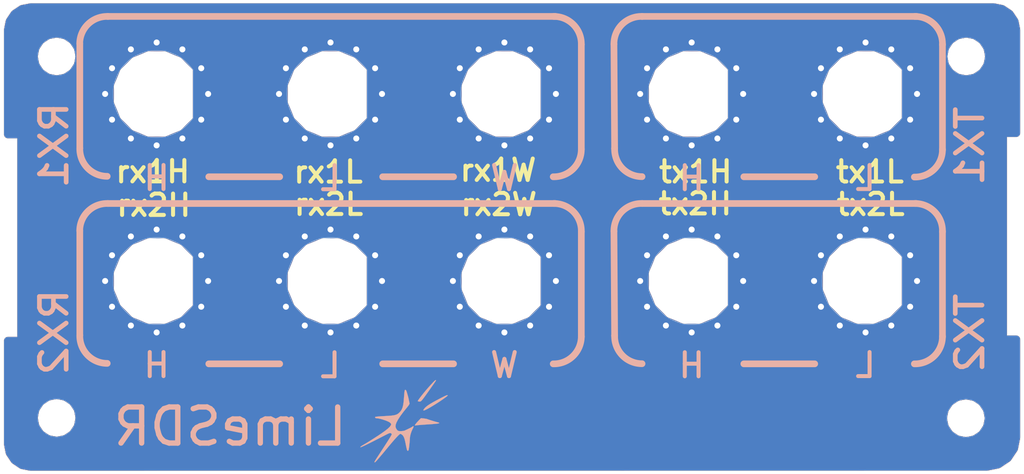
<source format=kicad_pcb>
(kicad_pcb (version 20160815) (host pcbnew "(2016-09-17 revision 679eef1)-makepkg")

  (general
    (links 119)
    (no_connects 0)
    (area 25.34 92.7 101.900001 128.200001)
    (thickness 1.6)
    (drawings 276)
    (tracks 0)
    (zones 0)
    (modules 11)
    (nets 2)
  )

  (page A4)
  (layers
    (0 F.Cu signal)
    (31 B.Cu signal)
    (32 B.Adhes user)
    (33 F.Adhes user)
    (34 B.Paste user)
    (35 F.Paste user)
    (36 B.SilkS user)
    (37 F.SilkS user)
    (38 B.Mask user)
    (39 F.Mask user)
    (40 Dwgs.User user)
    (41 Cmts.User user)
    (42 Eco1.User user)
    (43 Eco2.User user)
    (44 Edge.Cuts user)
    (45 Margin user hide)
    (46 B.CrtYd user hide)
    (47 F.CrtYd user hide)
    (48 B.Fab user hide)
    (49 F.Fab user hide)
  )

  (setup
    (last_trace_width 0.25)
    (trace_clearance 0.2)
    (zone_clearance 0)
    (zone_45_only yes)
    (trace_min 0.2)
    (segment_width 0.2)
    (edge_width 0.02)
    (via_size 0.8)
    (via_drill 0.4)
    (via_min_size 0.4)
    (via_min_drill 0.3)
    (uvia_size 0.3)
    (uvia_drill 0.1)
    (uvias_allowed no)
    (uvia_min_size 0.2)
    (uvia_min_drill 0.1)
    (pcb_text_width 0.3)
    (pcb_text_size 1.5 1.5)
    (mod_edge_width 0.15)
    (mod_text_size 1 1)
    (mod_text_width 0.15)
    (pad_size 0.8 0.8)
    (pad_drill 0.45)
    (pad_to_mask_clearance 0)
    (aux_axis_origin 25.6 92.9)
    (grid_origin 25.6 92.9)
    (visible_elements 7FFFFFFF)
    (pcbplotparams
      (layerselection 0x010f0_ffffffff)
      (usegerberextensions true)
      (excludeedgelayer true)
      (linewidth 0.150000)
      (plotframeref false)
      (viasonmask false)
      (mode 1)
      (useauxorigin true)
      (hpglpennumber 1)
      (hpglpenspeed 20)
      (hpglpendiameter 15)
      (psnegative false)
      (psa4output false)
      (plotreference false)
      (plotvalue false)
      (plotinvisibletext false)
      (padsonsilk false)
      (subtractmaskfromsilk true)
      (outputformat 1)
      (mirror false)
      (drillshape 0)
      (scaleselection 1)
      (outputdirectory ../_Gerber/20160924_front_panel/))
  )

  (net 0 "")
  (net 1 GND)

  (net_class Default "This is the default net class."
    (clearance 0.2)
    (trace_width 0.25)
    (via_dia 0.8)
    (via_drill 0.4)
    (uvia_dia 0.3)
    (uvia_drill 0.1)
    (diff_pair_gap 0.25)
    (diff_pair_width 0.2)
    (add_net GND)
  )

  (module Ohisja:SMA_test1 (layer B.Cu) (tedit 57E68727) (tstamp 57ABA22E)
    (at 90.05 113.73 180)
    (fp_text reference REF** (at 0 -7.7 180) (layer Dwgs.User)
      (effects (font (size 1 1) (thickness 0.15)))
    )
    (fp_text value 2 (at 0 -6.7 180) (layer B.Fab)
      (effects (font (size 1 1) (thickness 0.15)) (justify mirror))
    )
    (fp_circle (center 0 0) (end 2.66 0) (layer B.Mask) (width 3))
    (fp_arc (start 0 0) (end -2.7 1.81) (angle -292.3265473) (layer Edge.Cuts) (width 0.02))
    (fp_circle (center 0 0) (end 6.25 0) (layer Dwgs.User) (width 0.15))
    (fp_line (start 0.2 -0.2) (end -0.2 0.2) (layer Dwgs.User) (width 0.15))
    (fp_line (start -0.2 -0.2) (end 0.2 0.2) (layer Dwgs.User) (width 0.15))
    (fp_line (start 4 -2.1) (end 4 2.1) (layer Dwgs.User) (width 0.15))
    (fp_line (start 0 -4.5) (end 4 -2.1) (layer Dwgs.User) (width 0.15))
    (fp_line (start -4 -2.1) (end 0 -4.5) (layer Dwgs.User) (width 0.15))
    (fp_line (start -4 2.1) (end -4 -2.1) (layer Dwgs.User) (width 0.15))
    (fp_line (start 0 4.5) (end -4 2.1) (layer Dwgs.User) (width 0.15))
    (fp_line (start 4 2.1) (end 0 4.5) (layer Dwgs.User) (width 0.15))
    (fp_line (start -2.7 1.81) (end -2.7 -1.81) (layer Edge.Cuts) (width 0.02))
    (fp_circle (center 0 0) (end 4.5 0) (layer Dwgs.User) (width 0.15))
    (fp_circle (center 0 0) (end 3.25 0) (layer Dwgs.User) (width 0.15))
    (fp_line (start -2.93 1.84) (end -2.93 -1.85) (layer B.Mask) (width 0.7))
    (fp_circle (center 0 0) (end 3.83 0) (layer B.Mask) (width 1.35))
    (fp_line (start -2.92 1.98) (end -2.92 -1.99) (layer F.Mask) (width 0.7))
    (fp_circle (center 0 0) (end 3.83 0) (layer F.Mask) (width 1.35))
    (fp_circle (center 0 0) (end 2.66 0) (layer F.Mask) (width 3))
    (pad 1 thru_hole circle (at 3.85 0 270) (size 0.8 0.8) (drill 0.45) (layers *.Cu)
      (net 1 GND))
    (pad 1 thru_hole circle (at 3.334198 1.925 240) (size 0.8 0.8) (drill 0.45) (layers *.Cu)
      (net 1 GND))
    (pad 1 thru_hole circle (at 1.925 3.334198 210) (size 0.8 0.8) (drill 0.45) (layers *.Cu)
      (net 1 GND))
    (pad 1 thru_hole circle (at 0 3.85 180) (size 0.8 0.8) (drill 0.45) (layers *.Cu)
      (net 1 GND))
    (pad 1 thru_hole circle (at -1.925 3.334198 150) (size 0.8 0.8) (drill 0.45) (layers *.Cu)
      (net 1 GND))
    (pad 1 thru_hole circle (at -3.334198 1.925 120) (size 0.8 0.8) (drill 0.45) (layers *.Cu)
      (net 1 GND))
    (pad 1 thru_hole circle (at -3.85 0 90) (size 0.8 0.8) (drill 0.45) (layers *.Cu)
      (net 1 GND))
    (pad 1 thru_hole circle (at -3.334198 -1.925 60) (size 0.8 0.8) (drill 0.45) (layers *.Cu)
      (net 1 GND))
    (pad 1 thru_hole circle (at -1.925 -3.334198 30) (size 0.8 0.8) (drill 0.45) (layers *.Cu)
      (net 1 GND))
    (pad 1 thru_hole circle (at 0 -3.85) (size 0.8 0.8) (drill 0.45) (layers *.Cu)
      (net 1 GND))
    (pad 1 thru_hole circle (at 1.925 -3.334198 330) (size 0.8 0.8) (drill 0.45) (layers *.Cu)
      (net 1 GND))
    (pad 1 thru_hole circle (at 3.334198 -1.925 300) (size 0.8 0.8) (drill 0.45) (layers *.Cu)
      (net 1 GND))
    (model D:/Dropbox/Projekti/Ohisja/sma.wrl
      (at (xyz 0 -0.02559055118110237 -0.1377952755905512))
      (scale (xyz 0.3937 0.3937 0.3937))
      (rotate (xyz 0 0 0))
    )
  )

  (module Ohisja:SMA_test1 (layer B.Cu) (tedit 57E68727) (tstamp 57ABA20C)
    (at 77.05 113.73 180)
    (fp_text reference REF** (at 0 -7.7 180) (layer Dwgs.User)
      (effects (font (size 1 1) (thickness 0.15)))
    )
    (fp_text value 2 (at 0 -6.7 180) (layer B.Fab)
      (effects (font (size 1 1) (thickness 0.15)) (justify mirror))
    )
    (fp_circle (center 0 0) (end 2.66 0) (layer B.Mask) (width 3))
    (fp_arc (start 0 0) (end -2.7 1.81) (angle -292.3265473) (layer Edge.Cuts) (width 0.02))
    (fp_circle (center 0 0) (end 6.25 0) (layer Dwgs.User) (width 0.15))
    (fp_line (start 0.2 -0.2) (end -0.2 0.2) (layer Dwgs.User) (width 0.15))
    (fp_line (start -0.2 -0.2) (end 0.2 0.2) (layer Dwgs.User) (width 0.15))
    (fp_line (start 4 -2.1) (end 4 2.1) (layer Dwgs.User) (width 0.15))
    (fp_line (start 0 -4.5) (end 4 -2.1) (layer Dwgs.User) (width 0.15))
    (fp_line (start -4 -2.1) (end 0 -4.5) (layer Dwgs.User) (width 0.15))
    (fp_line (start -4 2.1) (end -4 -2.1) (layer Dwgs.User) (width 0.15))
    (fp_line (start 0 4.5) (end -4 2.1) (layer Dwgs.User) (width 0.15))
    (fp_line (start 4 2.1) (end 0 4.5) (layer Dwgs.User) (width 0.15))
    (fp_line (start -2.7 1.81) (end -2.7 -1.81) (layer Edge.Cuts) (width 0.02))
    (fp_circle (center 0 0) (end 4.5 0) (layer Dwgs.User) (width 0.15))
    (fp_circle (center 0 0) (end 3.25 0) (layer Dwgs.User) (width 0.15))
    (fp_line (start -2.93 1.84) (end -2.93 -1.85) (layer B.Mask) (width 0.7))
    (fp_circle (center 0 0) (end 3.83 0) (layer B.Mask) (width 1.35))
    (fp_line (start -2.92 1.98) (end -2.92 -1.99) (layer F.Mask) (width 0.7))
    (fp_circle (center 0 0) (end 3.83 0) (layer F.Mask) (width 1.35))
    (fp_circle (center 0 0) (end 2.66 0) (layer F.Mask) (width 3))
    (pad 1 thru_hole circle (at 3.85 0 270) (size 0.8 0.8) (drill 0.45) (layers *.Cu)
      (net 1 GND))
    (pad 1 thru_hole circle (at 3.334198 1.925 240) (size 0.8 0.8) (drill 0.45) (layers *.Cu)
      (net 1 GND))
    (pad 1 thru_hole circle (at 1.925 3.334198 210) (size 0.8 0.8) (drill 0.45) (layers *.Cu)
      (net 1 GND))
    (pad 1 thru_hole circle (at 0 3.85 180) (size 0.8 0.8) (drill 0.45) (layers *.Cu)
      (net 1 GND))
    (pad 1 thru_hole circle (at -1.925 3.334198 150) (size 0.8 0.8) (drill 0.45) (layers *.Cu)
      (net 1 GND))
    (pad 1 thru_hole circle (at -3.334198 1.925 120) (size 0.8 0.8) (drill 0.45) (layers *.Cu)
      (net 1 GND))
    (pad 1 thru_hole circle (at -3.85 0 90) (size 0.8 0.8) (drill 0.45) (layers *.Cu)
      (net 1 GND))
    (pad 1 thru_hole circle (at -3.334198 -1.925 60) (size 0.8 0.8) (drill 0.45) (layers *.Cu)
      (net 1 GND))
    (pad 1 thru_hole circle (at -1.925 -3.334198 30) (size 0.8 0.8) (drill 0.45) (layers *.Cu)
      (net 1 GND))
    (pad 1 thru_hole circle (at 0 -3.85) (size 0.8 0.8) (drill 0.45) (layers *.Cu)
      (net 1 GND))
    (pad 1 thru_hole circle (at 1.925 -3.334198 330) (size 0.8 0.8) (drill 0.45) (layers *.Cu)
      (net 1 GND))
    (pad 1 thru_hole circle (at 3.334198 -1.925 300) (size 0.8 0.8) (drill 0.45) (layers *.Cu)
      (net 1 GND))
    (model D:/Dropbox/Projekti/Ohisja/sma.wrl
      (at (xyz 0 -0.02559055118110237 -0.1377952755905512))
      (scale (xyz 0.3937 0.3937 0.3937))
      (rotate (xyz 0 0 0))
    )
  )

  (module Ohisja:SMA_test1 (layer B.Cu) (tedit 57E68727) (tstamp 57ABA1EA)
    (at 90.05 99.73 180)
    (fp_text reference REF** (at 0 -7.7 180) (layer Dwgs.User)
      (effects (font (size 1 1) (thickness 0.15)))
    )
    (fp_text value 2 (at 0 -6.7 180) (layer B.Fab)
      (effects (font (size 1 1) (thickness 0.15)) (justify mirror))
    )
    (fp_circle (center 0 0) (end 2.66 0) (layer B.Mask) (width 3))
    (fp_arc (start 0 0) (end -2.7 1.81) (angle -292.3265473) (layer Edge.Cuts) (width 0.02))
    (fp_circle (center 0 0) (end 6.25 0) (layer Dwgs.User) (width 0.15))
    (fp_line (start 0.2 -0.2) (end -0.2 0.2) (layer Dwgs.User) (width 0.15))
    (fp_line (start -0.2 -0.2) (end 0.2 0.2) (layer Dwgs.User) (width 0.15))
    (fp_line (start 4 -2.1) (end 4 2.1) (layer Dwgs.User) (width 0.15))
    (fp_line (start 0 -4.5) (end 4 -2.1) (layer Dwgs.User) (width 0.15))
    (fp_line (start -4 -2.1) (end 0 -4.5) (layer Dwgs.User) (width 0.15))
    (fp_line (start -4 2.1) (end -4 -2.1) (layer Dwgs.User) (width 0.15))
    (fp_line (start 0 4.5) (end -4 2.1) (layer Dwgs.User) (width 0.15))
    (fp_line (start 4 2.1) (end 0 4.5) (layer Dwgs.User) (width 0.15))
    (fp_line (start -2.7 1.81) (end -2.7 -1.81) (layer Edge.Cuts) (width 0.02))
    (fp_circle (center 0 0) (end 4.5 0) (layer Dwgs.User) (width 0.15))
    (fp_circle (center 0 0) (end 3.25 0) (layer Dwgs.User) (width 0.15))
    (fp_line (start -2.93 1.84) (end -2.93 -1.85) (layer B.Mask) (width 0.7))
    (fp_circle (center 0 0) (end 3.83 0) (layer B.Mask) (width 1.35))
    (fp_line (start -2.92 1.98) (end -2.92 -1.99) (layer F.Mask) (width 0.7))
    (fp_circle (center 0 0) (end 3.83 0) (layer F.Mask) (width 1.35))
    (fp_circle (center 0 0) (end 2.66 0) (layer F.Mask) (width 3))
    (pad 1 thru_hole circle (at 3.85 0 270) (size 0.8 0.8) (drill 0.45) (layers *.Cu)
      (net 1 GND))
    (pad 1 thru_hole circle (at 3.334198 1.925 240) (size 0.8 0.8) (drill 0.45) (layers *.Cu)
      (net 1 GND))
    (pad 1 thru_hole circle (at 1.925 3.334198 210) (size 0.8 0.8) (drill 0.45) (layers *.Cu)
      (net 1 GND))
    (pad 1 thru_hole circle (at 0 3.85 180) (size 0.8 0.8) (drill 0.45) (layers *.Cu)
      (net 1 GND))
    (pad 1 thru_hole circle (at -1.925 3.334198 150) (size 0.8 0.8) (drill 0.45) (layers *.Cu)
      (net 1 GND))
    (pad 1 thru_hole circle (at -3.334198 1.925 120) (size 0.8 0.8) (drill 0.45) (layers *.Cu)
      (net 1 GND))
    (pad 1 thru_hole circle (at -3.85 0 90) (size 0.8 0.8) (drill 0.45) (layers *.Cu)
      (net 1 GND))
    (pad 1 thru_hole circle (at -3.334198 -1.925 60) (size 0.8 0.8) (drill 0.45) (layers *.Cu)
      (net 1 GND))
    (pad 1 thru_hole circle (at -1.925 -3.334198 30) (size 0.8 0.8) (drill 0.45) (layers *.Cu)
      (net 1 GND))
    (pad 1 thru_hole circle (at 0 -3.85) (size 0.8 0.8) (drill 0.45) (layers *.Cu)
      (net 1 GND))
    (pad 1 thru_hole circle (at 1.925 -3.334198 330) (size 0.8 0.8) (drill 0.45) (layers *.Cu)
      (net 1 GND))
    (pad 1 thru_hole circle (at 3.334198 -1.925 300) (size 0.8 0.8) (drill 0.45) (layers *.Cu)
      (net 1 GND))
    (model D:/Dropbox/Projekti/Ohisja/sma.wrl
      (at (xyz 0 -0.02559055118110237 -0.1377952755905512))
      (scale (xyz 0.3937 0.3937 0.3937))
      (rotate (xyz 0 0 0))
    )
  )

  (module Ohisja:SMA_test1 (layer B.Cu) (tedit 57E68727) (tstamp 57ABA1AE)
    (at 77.05 99.73 180)
    (fp_text reference REF** (at 0 -7.7 180) (layer Dwgs.User)
      (effects (font (size 1 1) (thickness 0.15)))
    )
    (fp_text value 2 (at 0 -6.7 180) (layer B.Fab)
      (effects (font (size 1 1) (thickness 0.15)) (justify mirror))
    )
    (fp_circle (center 0 0) (end 2.66 0) (layer B.Mask) (width 3))
    (fp_arc (start 0 0) (end -2.7 1.81) (angle -292.3265473) (layer Edge.Cuts) (width 0.02))
    (fp_circle (center 0 0) (end 6.25 0) (layer Dwgs.User) (width 0.15))
    (fp_line (start 0.2 -0.2) (end -0.2 0.2) (layer Dwgs.User) (width 0.15))
    (fp_line (start -0.2 -0.2) (end 0.2 0.2) (layer Dwgs.User) (width 0.15))
    (fp_line (start 4 -2.1) (end 4 2.1) (layer Dwgs.User) (width 0.15))
    (fp_line (start 0 -4.5) (end 4 -2.1) (layer Dwgs.User) (width 0.15))
    (fp_line (start -4 -2.1) (end 0 -4.5) (layer Dwgs.User) (width 0.15))
    (fp_line (start -4 2.1) (end -4 -2.1) (layer Dwgs.User) (width 0.15))
    (fp_line (start 0 4.5) (end -4 2.1) (layer Dwgs.User) (width 0.15))
    (fp_line (start 4 2.1) (end 0 4.5) (layer Dwgs.User) (width 0.15))
    (fp_line (start -2.7 1.81) (end -2.7 -1.81) (layer Edge.Cuts) (width 0.02))
    (fp_circle (center 0 0) (end 4.5 0) (layer Dwgs.User) (width 0.15))
    (fp_circle (center 0 0) (end 3.25 0) (layer Dwgs.User) (width 0.15))
    (fp_line (start -2.93 1.84) (end -2.93 -1.85) (layer B.Mask) (width 0.7))
    (fp_circle (center 0 0) (end 3.83 0) (layer B.Mask) (width 1.35))
    (fp_line (start -2.92 1.98) (end -2.92 -1.99) (layer F.Mask) (width 0.7))
    (fp_circle (center 0 0) (end 3.83 0) (layer F.Mask) (width 1.35))
    (fp_circle (center 0 0) (end 2.66 0) (layer F.Mask) (width 3))
    (pad 1 thru_hole circle (at 3.85 0 270) (size 0.8 0.8) (drill 0.45) (layers *.Cu)
      (net 1 GND))
    (pad 1 thru_hole circle (at 3.334198 1.925 240) (size 0.8 0.8) (drill 0.45) (layers *.Cu)
      (net 1 GND))
    (pad 1 thru_hole circle (at 1.925 3.334198 210) (size 0.8 0.8) (drill 0.45) (layers *.Cu)
      (net 1 GND))
    (pad 1 thru_hole circle (at 0 3.85 180) (size 0.8 0.8) (drill 0.45) (layers *.Cu)
      (net 1 GND))
    (pad 1 thru_hole circle (at -1.925 3.334198 150) (size 0.8 0.8) (drill 0.45) (layers *.Cu)
      (net 1 GND))
    (pad 1 thru_hole circle (at -3.334198 1.925 120) (size 0.8 0.8) (drill 0.45) (layers *.Cu)
      (net 1 GND))
    (pad 1 thru_hole circle (at -3.85 0 90) (size 0.8 0.8) (drill 0.45) (layers *.Cu)
      (net 1 GND))
    (pad 1 thru_hole circle (at -3.334198 -1.925 60) (size 0.8 0.8) (drill 0.45) (layers *.Cu)
      (net 1 GND))
    (pad 1 thru_hole circle (at -1.925 -3.334198 30) (size 0.8 0.8) (drill 0.45) (layers *.Cu)
      (net 1 GND))
    (pad 1 thru_hole circle (at 0 -3.85) (size 0.8 0.8) (drill 0.45) (layers *.Cu)
      (net 1 GND))
    (pad 1 thru_hole circle (at 1.925 -3.334198 330) (size 0.8 0.8) (drill 0.45) (layers *.Cu)
      (net 1 GND))
    (pad 1 thru_hole circle (at 3.334198 -1.925 300) (size 0.8 0.8) (drill 0.45) (layers *.Cu)
      (net 1 GND))
    (model D:/Dropbox/Projekti/Ohisja/sma.wrl
      (at (xyz 0 -0.02559055118110237 -0.1377952755905512))
      (scale (xyz 0.3937 0.3937 0.3937))
      (rotate (xyz 0 0 0))
    )
  )

  (module Ohisja:SMA_test1 (layer B.Cu) (tedit 57E68727) (tstamp 57AB9FF5)
    (at 63.05 113.73 180)
    (fp_text reference REF** (at 0 -7.7 180) (layer Dwgs.User)
      (effects (font (size 1 1) (thickness 0.15)))
    )
    (fp_text value 2 (at 0 -6.7 180) (layer B.Fab)
      (effects (font (size 1 1) (thickness 0.15)) (justify mirror))
    )
    (fp_circle (center 0 0) (end 2.66 0) (layer B.Mask) (width 3))
    (fp_arc (start 0 0) (end -2.7 1.81) (angle -292.3265473) (layer Edge.Cuts) (width 0.02))
    (fp_circle (center 0 0) (end 6.25 0) (layer Dwgs.User) (width 0.15))
    (fp_line (start 0.2 -0.2) (end -0.2 0.2) (layer Dwgs.User) (width 0.15))
    (fp_line (start -0.2 -0.2) (end 0.2 0.2) (layer Dwgs.User) (width 0.15))
    (fp_line (start 4 -2.1) (end 4 2.1) (layer Dwgs.User) (width 0.15))
    (fp_line (start 0 -4.5) (end 4 -2.1) (layer Dwgs.User) (width 0.15))
    (fp_line (start -4 -2.1) (end 0 -4.5) (layer Dwgs.User) (width 0.15))
    (fp_line (start -4 2.1) (end -4 -2.1) (layer Dwgs.User) (width 0.15))
    (fp_line (start 0 4.5) (end -4 2.1) (layer Dwgs.User) (width 0.15))
    (fp_line (start 4 2.1) (end 0 4.5) (layer Dwgs.User) (width 0.15))
    (fp_line (start -2.7 1.81) (end -2.7 -1.81) (layer Edge.Cuts) (width 0.02))
    (fp_circle (center 0 0) (end 4.5 0) (layer Dwgs.User) (width 0.15))
    (fp_circle (center 0 0) (end 3.25 0) (layer Dwgs.User) (width 0.15))
    (fp_line (start -2.93 1.84) (end -2.93 -1.85) (layer B.Mask) (width 0.7))
    (fp_circle (center 0 0) (end 3.83 0) (layer B.Mask) (width 1.35))
    (fp_line (start -2.92 1.98) (end -2.92 -1.99) (layer F.Mask) (width 0.7))
    (fp_circle (center 0 0) (end 3.83 0) (layer F.Mask) (width 1.35))
    (fp_circle (center 0 0) (end 2.66 0) (layer F.Mask) (width 3))
    (pad 1 thru_hole circle (at 3.85 0 270) (size 0.8 0.8) (drill 0.45) (layers *.Cu)
      (net 1 GND))
    (pad 1 thru_hole circle (at 3.334198 1.925 240) (size 0.8 0.8) (drill 0.45) (layers *.Cu)
      (net 1 GND))
    (pad 1 thru_hole circle (at 1.925 3.334198 210) (size 0.8 0.8) (drill 0.45) (layers *.Cu)
      (net 1 GND))
    (pad 1 thru_hole circle (at 0 3.85 180) (size 0.8 0.8) (drill 0.45) (layers *.Cu)
      (net 1 GND))
    (pad 1 thru_hole circle (at -1.925 3.334198 150) (size 0.8 0.8) (drill 0.45) (layers *.Cu)
      (net 1 GND))
    (pad 1 thru_hole circle (at -3.334198 1.925 120) (size 0.8 0.8) (drill 0.45) (layers *.Cu)
      (net 1 GND))
    (pad 1 thru_hole circle (at -3.85 0 90) (size 0.8 0.8) (drill 0.45) (layers *.Cu)
      (net 1 GND))
    (pad 1 thru_hole circle (at -3.334198 -1.925 60) (size 0.8 0.8) (drill 0.45) (layers *.Cu)
      (net 1 GND))
    (pad 1 thru_hole circle (at -1.925 -3.334198 30) (size 0.8 0.8) (drill 0.45) (layers *.Cu)
      (net 1 GND))
    (pad 1 thru_hole circle (at 0 -3.85) (size 0.8 0.8) (drill 0.45) (layers *.Cu)
      (net 1 GND))
    (pad 1 thru_hole circle (at 1.925 -3.334198 330) (size 0.8 0.8) (drill 0.45) (layers *.Cu)
      (net 1 GND))
    (pad 1 thru_hole circle (at 3.334198 -1.925 300) (size 0.8 0.8) (drill 0.45) (layers *.Cu)
      (net 1 GND))
    (model D:/Dropbox/Projekti/Ohisja/sma.wrl
      (at (xyz 0 -0.02559055118110237 -0.1377952755905512))
      (scale (xyz 0.3937 0.3937 0.3937))
      (rotate (xyz 0 0 0))
    )
  )

  (module Ohisja:SMA_test1 (layer B.Cu) (tedit 57E68727) (tstamp 57AB9FD3)
    (at 50.05 113.73 180)
    (fp_text reference REF** (at 0 -7.7 180) (layer Dwgs.User)
      (effects (font (size 1 1) (thickness 0.15)))
    )
    (fp_text value 2 (at 0 -6.7 180) (layer B.Fab)
      (effects (font (size 1 1) (thickness 0.15)) (justify mirror))
    )
    (fp_circle (center 0 0) (end 2.66 0) (layer B.Mask) (width 3))
    (fp_arc (start 0 0) (end -2.7 1.81) (angle -292.3265473) (layer Edge.Cuts) (width 0.02))
    (fp_circle (center 0 0) (end 6.25 0) (layer Dwgs.User) (width 0.15))
    (fp_line (start 0.2 -0.2) (end -0.2 0.2) (layer Dwgs.User) (width 0.15))
    (fp_line (start -0.2 -0.2) (end 0.2 0.2) (layer Dwgs.User) (width 0.15))
    (fp_line (start 4 -2.1) (end 4 2.1) (layer Dwgs.User) (width 0.15))
    (fp_line (start 0 -4.5) (end 4 -2.1) (layer Dwgs.User) (width 0.15))
    (fp_line (start -4 -2.1) (end 0 -4.5) (layer Dwgs.User) (width 0.15))
    (fp_line (start -4 2.1) (end -4 -2.1) (layer Dwgs.User) (width 0.15))
    (fp_line (start 0 4.5) (end -4 2.1) (layer Dwgs.User) (width 0.15))
    (fp_line (start 4 2.1) (end 0 4.5) (layer Dwgs.User) (width 0.15))
    (fp_line (start -2.7 1.81) (end -2.7 -1.81) (layer Edge.Cuts) (width 0.02))
    (fp_circle (center 0 0) (end 4.5 0) (layer Dwgs.User) (width 0.15))
    (fp_circle (center 0 0) (end 3.25 0) (layer Dwgs.User) (width 0.15))
    (fp_line (start -2.93 1.84) (end -2.93 -1.85) (layer B.Mask) (width 0.7))
    (fp_circle (center 0 0) (end 3.83 0) (layer B.Mask) (width 1.35))
    (fp_line (start -2.92 1.98) (end -2.92 -1.99) (layer F.Mask) (width 0.7))
    (fp_circle (center 0 0) (end 3.83 0) (layer F.Mask) (width 1.35))
    (fp_circle (center 0 0) (end 2.66 0) (layer F.Mask) (width 3))
    (pad 1 thru_hole circle (at 3.85 0 270) (size 0.8 0.8) (drill 0.45) (layers *.Cu)
      (net 1 GND))
    (pad 1 thru_hole circle (at 3.334198 1.925 240) (size 0.8 0.8) (drill 0.45) (layers *.Cu)
      (net 1 GND))
    (pad 1 thru_hole circle (at 1.925 3.334198 210) (size 0.8 0.8) (drill 0.45) (layers *.Cu)
      (net 1 GND))
    (pad 1 thru_hole circle (at 0 3.85 180) (size 0.8 0.8) (drill 0.45) (layers *.Cu)
      (net 1 GND))
    (pad 1 thru_hole circle (at -1.925 3.334198 150) (size 0.8 0.8) (drill 0.45) (layers *.Cu)
      (net 1 GND))
    (pad 1 thru_hole circle (at -3.334198 1.925 120) (size 0.8 0.8) (drill 0.45) (layers *.Cu)
      (net 1 GND))
    (pad 1 thru_hole circle (at -3.85 0 90) (size 0.8 0.8) (drill 0.45) (layers *.Cu)
      (net 1 GND))
    (pad 1 thru_hole circle (at -3.334198 -1.925 60) (size 0.8 0.8) (drill 0.45) (layers *.Cu)
      (net 1 GND))
    (pad 1 thru_hole circle (at -1.925 -3.334198 30) (size 0.8 0.8) (drill 0.45) (layers *.Cu)
      (net 1 GND))
    (pad 1 thru_hole circle (at 0 -3.85) (size 0.8 0.8) (drill 0.45) (layers *.Cu)
      (net 1 GND))
    (pad 1 thru_hole circle (at 1.925 -3.334198 330) (size 0.8 0.8) (drill 0.45) (layers *.Cu)
      (net 1 GND))
    (pad 1 thru_hole circle (at 3.334198 -1.925 300) (size 0.8 0.8) (drill 0.45) (layers *.Cu)
      (net 1 GND))
    (model D:/Dropbox/Projekti/Ohisja/sma.wrl
      (at (xyz 0 -0.02559055118110237 -0.1377952755905512))
      (scale (xyz 0.3937 0.3937 0.3937))
      (rotate (xyz 0 0 0))
    )
  )

  (module Ohisja:SMA_test1 (layer B.Cu) (tedit 57E68727) (tstamp 57AB9FB1)
    (at 37.05 113.73 180)
    (fp_text reference REF** (at 0 -7.7 180) (layer Dwgs.User)
      (effects (font (size 1 1) (thickness 0.15)))
    )
    (fp_text value 2 (at 0 -6.7 180) (layer B.Fab)
      (effects (font (size 1 1) (thickness 0.15)) (justify mirror))
    )
    (fp_circle (center 0 0) (end 2.66 0) (layer B.Mask) (width 3))
    (fp_arc (start 0 0) (end -2.7 1.81) (angle -292.3265473) (layer Edge.Cuts) (width 0.02))
    (fp_circle (center 0 0) (end 6.25 0) (layer Dwgs.User) (width 0.15))
    (fp_line (start 0.2 -0.2) (end -0.2 0.2) (layer Dwgs.User) (width 0.15))
    (fp_line (start -0.2 -0.2) (end 0.2 0.2) (layer Dwgs.User) (width 0.15))
    (fp_line (start 4 -2.1) (end 4 2.1) (layer Dwgs.User) (width 0.15))
    (fp_line (start 0 -4.5) (end 4 -2.1) (layer Dwgs.User) (width 0.15))
    (fp_line (start -4 -2.1) (end 0 -4.5) (layer Dwgs.User) (width 0.15))
    (fp_line (start -4 2.1) (end -4 -2.1) (layer Dwgs.User) (width 0.15))
    (fp_line (start 0 4.5) (end -4 2.1) (layer Dwgs.User) (width 0.15))
    (fp_line (start 4 2.1) (end 0 4.5) (layer Dwgs.User) (width 0.15))
    (fp_line (start -2.7 1.81) (end -2.7 -1.81) (layer Edge.Cuts) (width 0.02))
    (fp_circle (center 0 0) (end 4.5 0) (layer Dwgs.User) (width 0.15))
    (fp_circle (center 0 0) (end 3.25 0) (layer Dwgs.User) (width 0.15))
    (fp_line (start -2.93 1.84) (end -2.93 -1.85) (layer B.Mask) (width 0.7))
    (fp_circle (center 0 0) (end 3.83 0) (layer B.Mask) (width 1.35))
    (fp_line (start -2.92 1.98) (end -2.92 -1.99) (layer F.Mask) (width 0.7))
    (fp_circle (center 0 0) (end 3.83 0) (layer F.Mask) (width 1.35))
    (fp_circle (center 0 0) (end 2.66 0) (layer F.Mask) (width 3))
    (pad 1 thru_hole circle (at 3.85 0 270) (size 0.8 0.8) (drill 0.45) (layers *.Cu)
      (net 1 GND))
    (pad 1 thru_hole circle (at 3.334198 1.925 240) (size 0.8 0.8) (drill 0.45) (layers *.Cu)
      (net 1 GND))
    (pad 1 thru_hole circle (at 1.925 3.334198 210) (size 0.8 0.8) (drill 0.45) (layers *.Cu)
      (net 1 GND))
    (pad 1 thru_hole circle (at 0 3.85 180) (size 0.8 0.8) (drill 0.45) (layers *.Cu)
      (net 1 GND))
    (pad 1 thru_hole circle (at -1.925 3.334198 150) (size 0.8 0.8) (drill 0.45) (layers *.Cu)
      (net 1 GND))
    (pad 1 thru_hole circle (at -3.334198 1.925 120) (size 0.8 0.8) (drill 0.45) (layers *.Cu)
      (net 1 GND))
    (pad 1 thru_hole circle (at -3.85 0 90) (size 0.8 0.8) (drill 0.45) (layers *.Cu)
      (net 1 GND))
    (pad 1 thru_hole circle (at -3.334198 -1.925 60) (size 0.8 0.8) (drill 0.45) (layers *.Cu)
      (net 1 GND))
    (pad 1 thru_hole circle (at -1.925 -3.334198 30) (size 0.8 0.8) (drill 0.45) (layers *.Cu)
      (net 1 GND))
    (pad 1 thru_hole circle (at 0 -3.85) (size 0.8 0.8) (drill 0.45) (layers *.Cu)
      (net 1 GND))
    (pad 1 thru_hole circle (at 1.925 -3.334198 330) (size 0.8 0.8) (drill 0.45) (layers *.Cu)
      (net 1 GND))
    (pad 1 thru_hole circle (at 3.334198 -1.925 300) (size 0.8 0.8) (drill 0.45) (layers *.Cu)
      (net 1 GND))
    (model D:/Dropbox/Projekti/Ohisja/sma.wrl
      (at (xyz 0 -0.02559055118110237 -0.1377952755905512))
      (scale (xyz 0.3937 0.3937 0.3937))
      (rotate (xyz 0 0 0))
    )
  )

  (module Ohisja:SMA_test1 (layer B.Cu) (tedit 57E68727) (tstamp 57AB9F8F)
    (at 63.05 99.73 180)
    (fp_text reference REF** (at 0 -7.7 180) (layer Dwgs.User)
      (effects (font (size 1 1) (thickness 0.15)))
    )
    (fp_text value 2 (at 0 -6.7 180) (layer B.Fab)
      (effects (font (size 1 1) (thickness 0.15)) (justify mirror))
    )
    (fp_circle (center 0 0) (end 2.66 0) (layer B.Mask) (width 3))
    (fp_arc (start 0 0) (end -2.7 1.81) (angle -292.3265473) (layer Edge.Cuts) (width 0.02))
    (fp_circle (center 0 0) (end 6.25 0) (layer Dwgs.User) (width 0.15))
    (fp_line (start 0.2 -0.2) (end -0.2 0.2) (layer Dwgs.User) (width 0.15))
    (fp_line (start -0.2 -0.2) (end 0.2 0.2) (layer Dwgs.User) (width 0.15))
    (fp_line (start 4 -2.1) (end 4 2.1) (layer Dwgs.User) (width 0.15))
    (fp_line (start 0 -4.5) (end 4 -2.1) (layer Dwgs.User) (width 0.15))
    (fp_line (start -4 -2.1) (end 0 -4.5) (layer Dwgs.User) (width 0.15))
    (fp_line (start -4 2.1) (end -4 -2.1) (layer Dwgs.User) (width 0.15))
    (fp_line (start 0 4.5) (end -4 2.1) (layer Dwgs.User) (width 0.15))
    (fp_line (start 4 2.1) (end 0 4.5) (layer Dwgs.User) (width 0.15))
    (fp_line (start -2.7 1.81) (end -2.7 -1.81) (layer Edge.Cuts) (width 0.02))
    (fp_circle (center 0 0) (end 4.5 0) (layer Dwgs.User) (width 0.15))
    (fp_circle (center 0 0) (end 3.25 0) (layer Dwgs.User) (width 0.15))
    (fp_line (start -2.93 1.84) (end -2.93 -1.85) (layer B.Mask) (width 0.7))
    (fp_circle (center 0 0) (end 3.83 0) (layer B.Mask) (width 1.35))
    (fp_line (start -2.92 1.98) (end -2.92 -1.99) (layer F.Mask) (width 0.7))
    (fp_circle (center 0 0) (end 3.83 0) (layer F.Mask) (width 1.35))
    (fp_circle (center 0 0) (end 2.66 0) (layer F.Mask) (width 3))
    (pad 1 thru_hole circle (at 3.85 0 270) (size 0.8 0.8) (drill 0.45) (layers *.Cu)
      (net 1 GND))
    (pad 1 thru_hole circle (at 3.334198 1.925 240) (size 0.8 0.8) (drill 0.45) (layers *.Cu)
      (net 1 GND))
    (pad 1 thru_hole circle (at 1.925 3.334198 210) (size 0.8 0.8) (drill 0.45) (layers *.Cu)
      (net 1 GND))
    (pad 1 thru_hole circle (at 0 3.85 180) (size 0.8 0.8) (drill 0.45) (layers *.Cu)
      (net 1 GND))
    (pad 1 thru_hole circle (at -1.925 3.334198 150) (size 0.8 0.8) (drill 0.45) (layers *.Cu)
      (net 1 GND))
    (pad 1 thru_hole circle (at -3.334198 1.925 120) (size 0.8 0.8) (drill 0.45) (layers *.Cu)
      (net 1 GND))
    (pad 1 thru_hole circle (at -3.85 0 90) (size 0.8 0.8) (drill 0.45) (layers *.Cu)
      (net 1 GND))
    (pad 1 thru_hole circle (at -3.334198 -1.925 60) (size 0.8 0.8) (drill 0.45) (layers *.Cu)
      (net 1 GND))
    (pad 1 thru_hole circle (at -1.925 -3.334198 30) (size 0.8 0.8) (drill 0.45) (layers *.Cu)
      (net 1 GND))
    (pad 1 thru_hole circle (at 0 -3.85) (size 0.8 0.8) (drill 0.45) (layers *.Cu)
      (net 1 GND))
    (pad 1 thru_hole circle (at 1.925 -3.334198 330) (size 0.8 0.8) (drill 0.45) (layers *.Cu)
      (net 1 GND))
    (pad 1 thru_hole circle (at 3.334198 -1.925 300) (size 0.8 0.8) (drill 0.45) (layers *.Cu)
      (net 1 GND))
    (model D:/Dropbox/Projekti/Ohisja/sma.wrl
      (at (xyz 0 -0.02559055118110237 -0.1377952755905512))
      (scale (xyz 0.3937 0.3937 0.3937))
      (rotate (xyz 0 0 0))
    )
  )

  (module Ohisja:SMA_test1 (layer B.Cu) (tedit 57E68727) (tstamp 57AB9F6D)
    (at 50.05 99.73 180)
    (fp_text reference REF** (at 0 -7.7 180) (layer Dwgs.User)
      (effects (font (size 1 1) (thickness 0.15)))
    )
    (fp_text value 2 (at 0 -6.7 180) (layer B.Fab)
      (effects (font (size 1 1) (thickness 0.15)) (justify mirror))
    )
    (fp_circle (center 0 0) (end 2.66 0) (layer B.Mask) (width 3))
    (fp_arc (start 0 0) (end -2.7 1.81) (angle -292.3265473) (layer Edge.Cuts) (width 0.02))
    (fp_circle (center 0 0) (end 6.25 0) (layer Dwgs.User) (width 0.15))
    (fp_line (start 0.2 -0.2) (end -0.2 0.2) (layer Dwgs.User) (width 0.15))
    (fp_line (start -0.2 -0.2) (end 0.2 0.2) (layer Dwgs.User) (width 0.15))
    (fp_line (start 4 -2.1) (end 4 2.1) (layer Dwgs.User) (width 0.15))
    (fp_line (start 0 -4.5) (end 4 -2.1) (layer Dwgs.User) (width 0.15))
    (fp_line (start -4 -2.1) (end 0 -4.5) (layer Dwgs.User) (width 0.15))
    (fp_line (start -4 2.1) (end -4 -2.1) (layer Dwgs.User) (width 0.15))
    (fp_line (start 0 4.5) (end -4 2.1) (layer Dwgs.User) (width 0.15))
    (fp_line (start 4 2.1) (end 0 4.5) (layer Dwgs.User) (width 0.15))
    (fp_line (start -2.7 1.81) (end -2.7 -1.81) (layer Edge.Cuts) (width 0.02))
    (fp_circle (center 0 0) (end 4.5 0) (layer Dwgs.User) (width 0.15))
    (fp_circle (center 0 0) (end 3.25 0) (layer Dwgs.User) (width 0.15))
    (fp_line (start -2.93 1.84) (end -2.93 -1.85) (layer B.Mask) (width 0.7))
    (fp_circle (center 0 0) (end 3.83 0) (layer B.Mask) (width 1.35))
    (fp_line (start -2.92 1.98) (end -2.92 -1.99) (layer F.Mask) (width 0.7))
    (fp_circle (center 0 0) (end 3.83 0) (layer F.Mask) (width 1.35))
    (fp_circle (center 0 0) (end 2.66 0) (layer F.Mask) (width 3))
    (pad 1 thru_hole circle (at 3.85 0 270) (size 0.8 0.8) (drill 0.45) (layers *.Cu)
      (net 1 GND))
    (pad 1 thru_hole circle (at 3.334198 1.925 240) (size 0.8 0.8) (drill 0.45) (layers *.Cu)
      (net 1 GND))
    (pad 1 thru_hole circle (at 1.925 3.334198 210) (size 0.8 0.8) (drill 0.45) (layers *.Cu)
      (net 1 GND))
    (pad 1 thru_hole circle (at 0 3.85 180) (size 0.8 0.8) (drill 0.45) (layers *.Cu)
      (net 1 GND))
    (pad 1 thru_hole circle (at -1.925 3.334198 150) (size 0.8 0.8) (drill 0.45) (layers *.Cu)
      (net 1 GND))
    (pad 1 thru_hole circle (at -3.334198 1.925 120) (size 0.8 0.8) (drill 0.45) (layers *.Cu)
      (net 1 GND))
    (pad 1 thru_hole circle (at -3.85 0 90) (size 0.8 0.8) (drill 0.45) (layers *.Cu)
      (net 1 GND))
    (pad 1 thru_hole circle (at -3.334198 -1.925 60) (size 0.8 0.8) (drill 0.45) (layers *.Cu)
      (net 1 GND))
    (pad 1 thru_hole circle (at -1.925 -3.334198 30) (size 0.8 0.8) (drill 0.45) (layers *.Cu)
      (net 1 GND))
    (pad 1 thru_hole circle (at 0 -3.85) (size 0.8 0.8) (drill 0.45) (layers *.Cu)
      (net 1 GND))
    (pad 1 thru_hole circle (at 1.925 -3.334198 330) (size 0.8 0.8) (drill 0.45) (layers *.Cu)
      (net 1 GND))
    (pad 1 thru_hole circle (at 3.334198 -1.925 300) (size 0.8 0.8) (drill 0.45) (layers *.Cu)
      (net 1 GND))
    (model D:/Dropbox/Projekti/Ohisja/sma.wrl
      (at (xyz 0 -0.02559055118110237 -0.1377952755905512))
      (scale (xyz 0.3937 0.3937 0.3937))
      (rotate (xyz 0 0 0))
    )
  )

  (module Ohisja:SMA_test1 (layer B.Cu) (tedit 57E68727) (tstamp 57AB9EC0)
    (at 37.05 99.73 180)
    (fp_text reference REF** (at 0 -7.7 180) (layer Dwgs.User)
      (effects (font (size 1 1) (thickness 0.15)))
    )
    (fp_text value 2 (at 0 -6.7 180) (layer B.Fab)
      (effects (font (size 1 1) (thickness 0.15)) (justify mirror))
    )
    (fp_circle (center 0 0) (end 2.66 0) (layer B.Mask) (width 3))
    (fp_arc (start 0 0) (end -2.7 1.81) (angle -292.3265473) (layer Edge.Cuts) (width 0.02))
    (fp_circle (center 0 0) (end 6.25 0) (layer Dwgs.User) (width 0.15))
    (fp_line (start 0.2 -0.2) (end -0.2 0.2) (layer Dwgs.User) (width 0.15))
    (fp_line (start -0.2 -0.2) (end 0.2 0.2) (layer Dwgs.User) (width 0.15))
    (fp_line (start 4 -2.1) (end 4 2.1) (layer Dwgs.User) (width 0.15))
    (fp_line (start 0 -4.5) (end 4 -2.1) (layer Dwgs.User) (width 0.15))
    (fp_line (start -4 -2.1) (end 0 -4.5) (layer Dwgs.User) (width 0.15))
    (fp_line (start -4 2.1) (end -4 -2.1) (layer Dwgs.User) (width 0.15))
    (fp_line (start 0 4.5) (end -4 2.1) (layer Dwgs.User) (width 0.15))
    (fp_line (start 4 2.1) (end 0 4.5) (layer Dwgs.User) (width 0.15))
    (fp_line (start -2.7 1.81) (end -2.7 -1.81) (layer Edge.Cuts) (width 0.02))
    (fp_circle (center 0 0) (end 4.5 0) (layer Dwgs.User) (width 0.15))
    (fp_circle (center 0 0) (end 3.25 0) (layer Dwgs.User) (width 0.15))
    (fp_line (start -2.93 1.84) (end -2.93 -1.85) (layer B.Mask) (width 0.7))
    (fp_circle (center 0 0) (end 3.83 0) (layer B.Mask) (width 1.35))
    (fp_line (start -2.92 1.98) (end -2.92 -1.99) (layer F.Mask) (width 0.7))
    (fp_circle (center 0 0) (end 3.83 0) (layer F.Mask) (width 1.35))
    (fp_circle (center 0 0) (end 2.66 0) (layer F.Mask) (width 3))
    (pad 1 thru_hole circle (at 3.85 0 270) (size 0.8 0.8) (drill 0.45) (layers *.Cu)
      (net 1 GND))
    (pad 1 thru_hole circle (at 3.334198 1.925 240) (size 0.8 0.8) (drill 0.45) (layers *.Cu)
      (net 1 GND))
    (pad 1 thru_hole circle (at 1.925 3.334198 210) (size 0.8 0.8) (drill 0.45) (layers *.Cu)
      (net 1 GND))
    (pad 1 thru_hole circle (at 0 3.85 180) (size 0.8 0.8) (drill 0.45) (layers *.Cu)
      (net 1 GND))
    (pad 1 thru_hole circle (at -1.925 3.334198 150) (size 0.8 0.8) (drill 0.45) (layers *.Cu)
      (net 1 GND))
    (pad 1 thru_hole circle (at -3.334198 1.925 120) (size 0.8 0.8) (drill 0.45) (layers *.Cu)
      (net 1 GND))
    (pad 1 thru_hole circle (at -3.85 0 90) (size 0.8 0.8) (drill 0.45) (layers *.Cu)
      (net 1 GND))
    (pad 1 thru_hole circle (at -3.334198 -1.925 60) (size 0.8 0.8) (drill 0.45) (layers *.Cu)
      (net 1 GND))
    (pad 1 thru_hole circle (at -1.925 -3.334198 30) (size 0.8 0.8) (drill 0.45) (layers *.Cu)
      (net 1 GND))
    (pad 1 thru_hole circle (at 0 -3.85) (size 0.8 0.8) (drill 0.45) (layers *.Cu)
      (net 1 GND))
    (pad 1 thru_hole circle (at 1.925 -3.334198 330) (size 0.8 0.8) (drill 0.45) (layers *.Cu)
      (net 1 GND))
    (pad 1 thru_hole circle (at 3.334198 -1.925 300) (size 0.8 0.8) (drill 0.45) (layers *.Cu)
      (net 1 GND))
    (model D:/Dropbox/Projekti/Ohisja/sma.wrl
      (at (xyz 0 -0.02559055118110237 -0.1377952755905512))
      (scale (xyz 0.3937 0.3937 0.3937))
      (rotate (xyz 0 0 0))
    )
  )

  (module Ohisja:Lime_logo (layer B.Cu) (tedit 0) (tstamp 57D417C1)
    (at 55.8 124.26)
    (fp_text reference G*** (at 0 0) (layer B.SilkS) hide
      (effects (font (thickness 0.3)) (justify mirror))
    )
    (fp_text value LOGO (at 0.75 0) (layer B.SilkS) hide
      (effects (font (thickness 0.3)) (justify mirror))
    )
    (fp_poly (pts (xy 0.945957 -1.508197) (xy 0.982519 -1.519661) (xy 1.023131 -1.546913) (xy 1.073568 -1.596618)
      (xy 1.139601 -1.675441) (xy 1.227003 -1.790047) (xy 1.341546 -1.947101) (xy 1.489005 -2.153268)
      (xy 1.583381 -2.286) (xy 1.731494 -2.495399) (xy 1.864803 -2.685609) (xy 1.977766 -2.848585)
      (xy 2.064847 -2.976282) (xy 2.120505 -3.060655) (xy 2.13923 -3.093357) (xy 2.123027 -3.121022)
      (xy 2.067141 -3.090645) (xy 1.97079 -3.001686) (xy 1.901192 -2.928592) (xy 1.726978 -2.739481)
      (xy 1.587731 -2.585778) (xy 1.468508 -2.450207) (xy 1.354369 -2.315488) (xy 1.230375 -2.164344)
      (xy 1.095232 -1.996531) (xy 0.978321 -1.847263) (xy 0.881011 -1.716509) (xy 0.81103 -1.615175)
      (xy 0.776107 -1.554169) (xy 0.773823 -1.542959) (xy 0.814691 -1.517775) (xy 0.897791 -1.505979)
      (xy 0.907674 -1.505857) (xy 0.945957 -1.508197)) (layer B.SilkS) (width 0.01))
    (fp_poly (pts (xy -2.414828 3.029694) (xy -2.342616 2.962919) (xy -2.234055 2.842521) (xy -2.173854 2.771859)
      (xy -2.070789 2.649805) (xy -1.982798 2.546189) (xy -1.922028 2.475287) (xy -1.90366 2.454359)
      (xy -1.869525 2.414224) (xy -1.797317 2.327588) (xy -1.694991 2.204054) (xy -1.570505 2.053228)
      (xy -1.433575 1.886857) (xy -1.277906 1.699781) (xy -1.119419 1.513377) (xy -0.970984 1.3425)
      (xy -0.84547 1.202006) (xy -0.773486 1.124857) (xy -0.665038 1.013779) (xy -0.592913 0.947379)
      (xy -0.543215 0.917947) (xy -0.502046 0.917775) (xy -0.45551 0.939153) (xy -0.447103 0.9438)
      (xy -0.349671 1.021291) (xy -0.272321 1.13977) (xy -0.209494 1.310244) (xy -0.162927 1.506382)
      (xy -0.115809 1.740134) (xy -0.079962 1.912144) (xy -0.052598 2.031868) (xy -0.030931 2.108762)
      (xy -0.012172 2.15228) (xy 0.006466 2.171877) (xy 0.027769 2.17701) (xy 0.034807 2.177143)
      (xy 0.063057 2.165044) (xy 0.08558 2.121138) (xy 0.105379 2.034012) (xy 0.125457 1.892254)
      (xy 0.137869 1.7854) (xy 0.156189 1.607522) (xy 0.170769 1.441043) (xy 0.179748 1.308659)
      (xy 0.181706 1.250185) (xy 0.199496 1.091541) (xy 0.246577 0.899854) (xy 0.314279 0.703938)
      (xy 0.393934 0.532602) (xy 0.401806 0.518655) (xy 0.45112 0.414665) (xy 0.461278 0.349628)
      (xy 0.433943 0.331943) (xy 0.372151 0.368844) (xy 0.333678 0.396945) (xy 0.27366 0.432034)
      (xy 0.181743 0.479373) (xy 0.047576 0.544224) (xy -0.139195 0.631847) (xy -0.21062 0.665026)
      (xy -0.294235 0.687455) (xy -0.416548 0.702362) (xy -0.494912 0.705689) (xy -0.618109 0.701922)
      (xy -0.696294 0.681518) (xy -0.756654 0.635181) (xy -0.781604 0.607642) (xy -0.848617 0.502326)
      (xy -0.890078 0.38799) (xy -0.890345 0.386593) (xy -0.883766 0.248693) (xy -0.821226 0.066959)
      (xy -0.703534 -0.157241) (xy -0.5315 -0.422536) (xy -0.305936 -0.727557) (xy -0.02915 -1.06915)
      (xy 0.082211 -1.210981) (xy 0.147021 -1.315051) (xy 0.161882 -1.37586) (xy 0.161288 -1.377578)
      (xy 0.14236 -1.444658) (xy 0.118945 -1.552414) (xy 0.107255 -1.614715) (xy 0.089001 -1.71008)
      (xy 0.066478 -1.808588) (xy 0.035228 -1.927273) (xy -0.009203 -2.083167) (xy -0.062993 -2.265493)
      (xy -0.104558 -2.35475) (xy -0.153671 -2.388687) (xy -0.198983 -2.35952) (xy -0.199319 -2.358981)
      (xy -0.210401 -2.310042) (xy -0.224021 -2.202855) (xy -0.238689 -2.051632) (xy -0.252917 -1.870584)
      (xy -0.257459 -1.803708) (xy -0.282169 -1.505292) (xy -0.314947 -1.267958) (xy -0.358815 -1.08039)
      (xy -0.416794 -0.931275) (xy -0.491906 -0.809297) (xy -0.53787 -0.753798) (xy -0.619676 -0.668307)
      (xy -0.699684 -0.600572) (xy -0.787921 -0.547969) (xy -0.894414 -0.507875) (xy -1.02919 -0.477666)
      (xy -1.202276 -0.454718) (xy -1.423699 -0.436408) (xy -1.703485 -0.420113) (xy -1.839104 -0.413322)
      (xy -2.027446 -0.40248) (xy -2.191216 -0.389929) (xy -2.316043 -0.377003) (xy -2.387555 -0.365039)
      (xy -2.397109 -0.361465) (xy -2.424567 -0.319532) (xy -2.395238 -0.279033) (xy -2.323533 -0.255459)
      (xy -2.29714 -0.254) (xy -2.165688 -0.240636) (xy -1.998118 -0.204727) (xy -1.813423 -0.152545)
      (xy -1.630597 -0.090363) (xy -1.468633 -0.024454) (xy -1.346523 0.038909) (xy -1.296931 0.076344)
      (xy -1.232899 0.146602) (xy -1.215235 0.197974) (xy -1.236583 0.260366) (xy -1.246736 0.280381)
      (xy -1.324132 0.384987) (xy -1.46274 0.516838) (xy -1.663931 0.677094) (xy -1.929078 0.866912)
      (xy -1.995773 0.912512) (xy -2.168564 1.02791) (xy -2.369716 1.159226) (xy -2.583912 1.296757)
      (xy -2.795836 1.430801) (xy -2.990172 1.551653) (xy -3.151603 1.649612) (xy -3.246045 1.704571)
      (xy -3.382733 1.783554) (xy -3.466204 1.838605) (xy -3.508011 1.878526) (xy -3.519708 1.912116)
      (xy -3.519714 1.913012) (xy -3.490275 1.911419) (xy -3.401533 1.877177) (xy -3.252857 1.809975)
      (xy -3.043614 1.709506) (xy -2.773171 1.575461) (xy -2.440896 1.407529) (xy -2.046155 1.205403)
      (xy -1.621289 0.985874) (xy -1.461716 0.906595) (xy -1.352424 0.861668) (xy -1.28201 0.847218)
      (xy -1.242448 0.857067) (xy -1.186812 0.905402) (xy -1.171858 0.929427) (xy -1.176523 0.954066)
      (xy -1.200469 1.005533) (xy -1.246109 1.087684) (xy -1.315859 1.204374) (xy -1.412134 1.359457)
      (xy -1.537347 1.55679) (xy -1.693915 1.800228) (xy -1.884252 2.093625) (xy -2.110772 2.440836)
      (xy -2.291775 2.717385) (xy -2.370438 2.840779) (xy -2.430895 2.941953) (xy -2.463939 3.005219)
      (xy -2.467429 3.016742) (xy -2.454996 3.046437) (xy -2.414828 3.029694)) (layer B.SilkS) (width 0.01))
    (fp_poly (pts (xy 1.250785 -0.843459) (xy 1.358718 -0.887585) (xy 1.523376 -0.971395) (xy 1.551346 -0.98643)
      (xy 1.719914 -1.081331) (xy 1.908867 -1.194076) (xy 2.108649 -1.31826) (xy 2.309702 -1.44748)
      (xy 2.502469 -1.575331) (xy 2.677394 -1.695409) (xy 2.824919 -1.801308) (xy 2.935487 -1.886624)
      (xy 2.999542 -1.944952) (xy 3.011714 -1.965088) (xy 3.00172 -1.986665) (xy 2.966309 -1.987645)
      (xy 2.897338 -1.964911) (xy 2.786665 -1.915348) (xy 2.626148 -1.835838) (xy 2.485571 -1.763697)
      (xy 2.163983 -1.594702) (xy 1.901631 -1.450453) (xy 1.691407 -1.326297) (xy 1.526198 -1.217579)
      (xy 1.398894 -1.119644) (xy 1.302384 -1.027836) (xy 1.234777 -0.944921) (xy 1.192069 -0.872554)
      (xy 1.19632 -0.838591) (xy 1.250785 -0.843459)) (layer B.SilkS) (width 0.01))
    (fp_poly (pts (xy 0.640127 0.276382) (xy 0.712546 0.265702) (xy 0.841529 0.252481) (xy 1.011176 0.238132)
      (xy 1.205588 0.22407) (xy 1.288143 0.218753) (xy 1.61825 0.197392) (xy 1.881246 0.178267)
      (xy 2.082535 0.160816) (xy 2.227524 0.144481) (xy 2.321618 0.128699) (xy 2.370223 0.112909)
      (xy 2.378722 0.105609) (xy 2.362294 0.076998) (xy 2.296555 0.051996) (xy 2.186683 0.024462)
      (xy 2.0438 -0.015261) (xy 1.887226 -0.06131) (xy 1.736277 -0.107827) (xy 1.610272 -0.14895)
      (xy 1.528528 -0.178819) (xy 1.51445 -0.185265) (xy 1.44477 -0.207142) (xy 1.330855 -0.228844)
      (xy 1.231409 -0.241824) (xy 1.012347 -0.26472) (xy 0.818377 -0.064457) (xy 0.717921 0.043983)
      (xy 0.633926 0.143156) (xy 0.583106 0.213221) (xy 0.580402 0.21803) (xy 0.555092 0.274533)
      (xy 0.5756 0.288591) (xy 0.640127 0.276382)) (layer B.SilkS) (width 0.01))
  )

  (gr_arc (start 27.63 125.94) (end 27.63 127.94) (angle 90) (layer Edge.Cuts) (width 0.02))
  (gr_circle (center 97.58 96.92) (end 95.78 96.92) (layer B.Mask) (width 0.8) (tstamp 57D411AC))
  (gr_circle (center 97.56 124) (end 95.76 124) (layer B.Mask) (width 0.8) (tstamp 57D411A4))
  (gr_circle (center 29.57 123.97) (end 27.77 123.97) (layer B.Mask) (width 0.8) (tstamp 57D4119D))
  (gr_arc (start 99.62 94.94) (end 99.62 92.94) (angle 90) (layer Edge.Cuts) (width 0.02))
  (gr_arc (start 27.63 94.94) (end 25.63 94.940001) (angle 90) (layer Edge.Cuts) (width 0.02))
  (gr_circle (center 29.575 96.925) (end 28.175 96.925) (layer Edge.Cuts) (width 0.02) (tstamp 57D40D24))
  (gr_circle (center 29.575 123.975) (end 28.175 123.975) (layer Edge.Cuts) (width 0.02) (tstamp 57D40D1C))
  (gr_circle (center 97.55 124) (end 98.95 124) (layer Edge.Cuts) (width 0.02) (tstamp 57D40D11))
  (gr_line (start 25.625224 92.937916) (end 101.625227 92.937916) (layer Dwgs.User) (width 0.1))
  (gr_line (start 29.75564 121.905489) (end 29.984832 122.009945) (layer Dwgs.User) (width 0.1))
  (gr_line (start 28.106135 121.902356) (end 29.75564 121.905489) (layer Dwgs.User) (width 0.1))
  (gr_line (start 28.108958 119.937926) (end 28.106135 121.902356) (layer Dwgs.User) (width 0.1))
  (gr_line (start 30.605044 119.931688) (end 28.108958 119.937926) (layer Dwgs.User) (width 0.1))
  (gr_line (start 30.607866 100.944004) (end 30.605044 119.931688) (layer Dwgs.User) (width 0.1))
  (gr_line (start 25.625224 127.937916) (end 25.625224 92.937916) (layer Dwgs.User) (width 0.1))
  (gr_line (start 101.625227 127.937916) (end 25.625224 127.937916) (layer Dwgs.User) (width 0.1))
  (gr_line (start 101.625227 92.937916) (end 101.625227 127.937916) (layer Dwgs.User) (width 0.1))
  (gr_line (start 97.481472 124.96438) (end 97.815112 124.958142) (layer Dwgs.User) (width 0.1))
  (gr_line (start 96.89526 124.699336) (end 97.191486 124.905135) (layer Dwgs.User) (width 0.1))
  (gr_line (start 96.655165 124.443648) (end 96.761182 124.580848) (layer Dwgs.User) (width 0.1))
  (gr_line (start 95.828855 123.480142) (end 95.944227 123.523796) (layer Dwgs.User) (width 0.1))
  (gr_line (start 29.356464 124.962827) (end 29.702582 124.99088) (layer Dwgs.User) (width 0.1))
  (gr_line (start 28.675208 123.531599) (end 28.583204 123.908897) (layer Dwgs.User) (width 0.1))
  (gr_line (start 29.984832 122.009945) (end 30.034701 122.310847) (layer Dwgs.User) (width 0.1))
  (gr_line (start 96.580328 124.110008) (end 96.623982 124.259679) (layer Dwgs.User) (width 0.1))
  (gr_line (start 95.532914 125.903037) (end 95.532632 123.68906) (layer Dwgs.User) (width 0.1))
  (gr_line (start 29.96454 122.455842) (end 29.404837 122.990602) (layer Dwgs.User) (width 0.1))
  (gr_line (start 30.034701 122.310847) (end 29.96454 122.455842) (layer Dwgs.User) (width 0.1))
  (gr_line (start 97.876769 97.846228) (end 98.11159 97.761342) (layer Dwgs.User) (width 0.1))
  (gr_line (start 30.436896 124.484181) (end 30.620876 124.03205) (layer Dwgs.User) (width 0.1))
  (gr_line (start 95.944227 123.523796) (end 96.580328 124.110008) (layer Dwgs.User) (width 0.1))
  (gr_line (start 97.694869 97.912376) (end 97.876769 97.846228) (layer Dwgs.User) (width 0.1))
  (gr_line (start 97.059869 98.669744) (end 97.140347 98.510994) (layer Dwgs.User) (width 0.1))
  (gr_line (start 97.815112 124.958142) (end 98.136281 124.777292) (layer Dwgs.User) (width 0.1))
  (gr_line (start 97.117197 98.832906) (end 97.059869 98.669744) (layer Dwgs.User) (width 0.1))
  (gr_line (start 98.391969 123.424016) (end 98.1394 123.174566) (layer Dwgs.User) (width 0.1))
  (gr_line (start 31.222659 123.483258) (end 31.260082 123.448959) (layer Dwgs.User) (width 0.1))
  (gr_line (start 29.702582 124.99088) (end 30.076752 124.838091) (layer Dwgs.User) (width 0.1))
  (gr_line (start 28.760891 124.540321) (end 29.013452 124.786653) (layer Dwgs.User) (width 0.1))
  (gr_line (start 29.404837 122.990602) (end 29.12888 123.054525) (layer Dwgs.User) (width 0.1))
  (gr_line (start 98.984723 100.937394) (end 98.990226 98.957428) (layer Dwgs.User) (width 0.1))
  (gr_line (start 97.768342 123.006183) (end 97.122886 122.385673) (layer Dwgs.User) (width 0.1))
  (gr_line (start 97.072995 122.189232) (end 97.175893 121.977196) (layer Dwgs.User) (width 0.1))
  (gr_line (start 31.618363 125.899819) (end 95.532914 125.903037) (layer Dwgs.User) (width 0.1))
  (gr_line (start 97.384808 121.902362) (end 98.99689 121.896124) (layer Dwgs.User) (width 0.1))
  (gr_line (start 98.407562 124.484184) (end 98.557233 124.103771) (layer Dwgs.User) (width 0.1))
  (gr_line (start 95.532632 123.68906) (end 95.638648 123.548742) (layer Dwgs.User) (width 0.1))
  (gr_line (start 29.12888 123.054525) (end 28.84203 123.266559) (layer Dwgs.User) (width 0.1))
  (gr_line (start 97.191486 124.905135) (end 97.481472 124.96438) (layer Dwgs.User) (width 0.1))
  (gr_line (start 96.761182 124.580848) (end 96.89526 124.699336) (layer Dwgs.User) (width 0.1))
  (gr_line (start 98.507361 97.236586) (end 98.559174 97.091064) (layer Dwgs.User) (width 0.1))
  (gr_line (start 98.559174 97.091064) (end 98.556916 96.71734) (layer Dwgs.User) (width 0.1))
  (gr_line (start 97.269331 98.959685) (end 97.117197 98.832906) (layer Dwgs.User) (width 0.1))
  (gr_line (start 98.990226 98.957428) (end 97.269331 98.959685) (layer Dwgs.User) (width 0.1))
  (gr_line (start 96.623982 124.259679) (end 96.655165 124.443648) (layer Dwgs.User) (width 0.1))
  (gr_line (start 28.583204 123.908897) (end 28.595622 124.230066) (layer Dwgs.User) (width 0.1))
  (gr_line (start 31.260082 123.448959) (end 31.534486 123.609544) (layer Dwgs.User) (width 0.1))
  (gr_line (start 28.84203 123.266559) (end 28.675208 123.531599) (layer Dwgs.User) (width 0.1))
  (gr_line (start 97.175893 121.977196) (end 97.384808 121.902362) (layer Dwgs.User) (width 0.1))
  (gr_line (start 30.620876 124.03205) (end 31.222659 123.483258) (layer Dwgs.User) (width 0.1))
  (gr_line (start 98.556916 96.71734) (end 98.480849 96.555282) (layer Dwgs.User) (width 0.1))
  (gr_line (start 98.136281 124.777292) (end 98.407562 124.484184) (layer Dwgs.User) (width 0.1))
  (gr_line (start 31.534486 123.609544) (end 31.61554 123.745182) (layer Dwgs.User) (width 0.1))
  (gr_line (start 98.480849 96.555282) (end 98.28241 96.253217) (layer Dwgs.User) (width 0.1))
  (gr_line (start 98.311129 97.577237) (end 98.507361 97.236586) (layer Dwgs.User) (width 0.1))
  (gr_line (start 95.638648 123.548742) (end 95.828855 123.480142) (layer Dwgs.User) (width 0.1))
  (gr_line (start 98.11159 97.761342) (end 98.311129 97.577237) (layer Dwgs.User) (width 0.1))
  (gr_line (start 97.140347 98.510994) (end 97.694869 97.912376) (layer Dwgs.User) (width 0.1))
  (gr_line (start 96.535122 100.950631) (end 98.984723 100.937394) (layer Dwgs.User) (width 0.1))
  (gr_line (start 98.99689 121.896124) (end 98.994632 119.938885) (layer Dwgs.User) (width 0.1))
  (gr_line (start 96.525187 119.932281) (end 96.535122 100.950631) (layer Dwgs.User) (width 0.1))
  (gr_line (start 98.994632 119.938885) (end 96.525187 119.932281) (layer Dwgs.User) (width 0.1))
  (gr_line (start 98.544758 123.754538) (end 98.391969 123.424016) (layer Dwgs.User) (width 0.1))
  (gr_line (start 97.122886 122.385673) (end 97.072995 122.189232) (layer Dwgs.User) (width 0.1))
  (gr_line (start 29.013452 124.786653) (end 29.356464 124.962827) (layer Dwgs.User) (width 0.1))
  (gr_line (start 98.1394 123.174566) (end 97.768342 123.006183) (layer Dwgs.User) (width 0.1))
  (gr_line (start 31.61554 123.745182) (end 31.618363 125.899819) (layer Dwgs.User) (width 0.1))
  (gr_line (start 98.557233 124.103771) (end 98.544758 123.754538) (layer Dwgs.User) (width 0.1))
  (gr_line (start 28.595622 124.230066) (end 28.760891 124.540321) (layer Dwgs.User) (width 0.1))
  (gr_line (start 30.076752 124.838091) (end 30.436896 124.484181) (layer Dwgs.User) (width 0.1))
  (gr_line (start 100.047823 93.019746) (end 99.66638 92.977853) (layer Dwgs.User) (width 0.1))
  (gr_line (start 101.504126 102.929494) (end 101.533892 102.847915) (layer Dwgs.User) (width 0.1))
  (gr_line (start 100.527782 102.963671) (end 101.44239 102.963671) (layer Dwgs.User) (width 0.1))
  (gr_line (start 26.071172 93.729935) (end 25.784293 94.210128) (layer Dwgs.User) (width 0.1))
  (gr_line (start 101.415938 94.353686) (end 101.194351 93.91051) (layer Dwgs.User) (width 0.1))
  (gr_line (start 101.533892 102.847915) (end 101.53059 94.807889) (layer Dwgs.User) (width 0.1))
  (gr_line (start 101.194351 93.91051) (end 100.857005 93.500407) (layer Dwgs.User) (width 0.1))
  (gr_line (start 25.784293 94.210128) (end 25.625261 94.668496) (layer Dwgs.User) (width 0.1))
  (gr_line (start 27.443139 92.977853) (end 26.944255 93.103188) (layer Dwgs.User) (width 0.1))
  (gr_line (start 100.504227 93.253462) (end 100.047823 93.019746) (layer Dwgs.User) (width 0.1))
  (gr_line (start 101.53059 94.807889) (end 101.415938 94.353686) (layer Dwgs.User) (width 0.1))
  (gr_line (start 26.473395 93.361994) (end 26.071172 93.729935) (layer Dwgs.User) (width 0.1))
  (gr_line (start 99.66638 92.977853) (end 27.443139 92.977853) (layer Dwgs.User) (width 0.1))
  (gr_line (start 100.857005 93.500407) (end 100.504227 93.253462) (layer Dwgs.User) (width 0.1))
  (gr_line (start 101.44239 102.963671) (end 101.504126 102.929494) (layer Dwgs.User) (width 0.1))
  (gr_line (start 100.527782 117.908025) (end 100.527782 102.963671) (layer Dwgs.User) (width 0.1))
  (gr_line (start 26.944255 93.103188) (end 26.473395 93.361994) (layer Dwgs.User) (width 0.1))
  (gr_line (start 25.625261 94.668496) (end 25.613859 102.950426) (layer Dwgs.User) (width 0.1))
  (gr_line (start 97.145805 96.043765) (end 96.88453 96.202515) (layer Dwgs.User) (width 0.1))
  (gr_line (start 97.731196 95.942332) (end 97.410389 95.934627) (layer Dwgs.User) (width 0.1))
  (gr_line (start 29.293924 97.886487) (end 29.484114 97.951969) (layer Dwgs.User) (width 0.1))
  (gr_line (start 28.701483 97.40941) (end 28.841776 97.624563) (layer Dwgs.User) (width 0.1))
  (gr_line (start 31.534345 97.30962) (end 31.376865 97.407839) (layer Dwgs.User) (width 0.1))
  (gr_line (start 28.586139 96.751483) (end 28.595452 97.128777) (layer Dwgs.User) (width 0.1))
  (gr_line (start 96.600103 96.72617) (end 96.53616 96.865077) (layer Dwgs.User) (width 0.1))
  (gr_line (start 28.857411 96.240107) (end 28.685904 96.483321) (layer Dwgs.User) (width 0.1))
  (gr_line (start 31.220966 97.417208) (end 30.53652 96.762399) (layer Dwgs.User) (width 0.1))
  (gr_line (start 95.563817 97.24321) (end 95.528539 97.091075) (layer Dwgs.User) (width 0.1))
  (gr_line (start 97.974833 96.012887) (end 97.731196 95.942332) (layer Dwgs.User) (width 0.1))
  (gr_line (start 30.051662 96.059257) (end 29.749205 95.947003) (layer Dwgs.User) (width 0.1))
  (gr_line (start 100.696045 127.543462) (end 101.176706 127.027523) (layer Dwgs.User) (width 0.1))
  (gr_line (start 29.749205 95.947003) (end 29.365665 95.940766) (layer Dwgs.User) (width 0.1))
  (gr_line (start 28.685904 96.483321) (end 28.586139 96.751483) (layer Dwgs.User) (width 0.1))
  (gr_line (start 30.471045 96.530096) (end 30.329172 96.293117) (layer Dwgs.User) (width 0.1))
  (gr_line (start 100.224206 127.799226) (end 100.696045 127.543462) (layer Dwgs.User) (width 0.1))
  (gr_line (start 25.607199 118.172801) (end 25.611714 126.030926) (layer Dwgs.User) (width 0.1))
  (gr_line (start 25.613859 102.950426) (end 26.62588 102.95703) (layer Dwgs.User) (width 0.1))
  (gr_line (start 29.053838 96.087318) (end 28.857411 96.240107) (layer Dwgs.User) (width 0.1))
  (gr_line (start 28.115251 98.971615) (end 28.102833 100.923574) (layer Dwgs.User) (width 0.1))
  (gr_line (start 97.410389 95.934627) (end 97.145805 96.043765) (layer Dwgs.User) (width 0.1))
  (gr_line (start 28.841776 97.624563) (end 29.013282 97.752406) (layer Dwgs.User) (width 0.1))
  (gr_line (start 28.595452 97.128777) (end 28.701483 97.40941) (layer Dwgs.User) (width 0.1))
  (gr_line (start 26.211436 127.349434) (end 26.621534 127.631656) (layer Dwgs.User) (width 0.1))
  (gr_line (start 30.001737 98.506998) (end 30.045397 98.703442) (layer Dwgs.User) (width 0.1))
  (gr_line (start 25.691132 117.968853) (end 25.613972 118.079094) (layer Dwgs.User) (width 0.1))
  (gr_line (start 98.28241 96.253217) (end 98.11374 96.107697) (layer Dwgs.User) (width 0.1))
  (gr_line (start 27.115422 127.86537) (end 99.681809 127.86537) (layer Dwgs.User) (width 0.1))
  (gr_line (start 25.613972 118.079094) (end 25.607199 118.172801) (layer Dwgs.User) (width 0.1))
  (gr_line (start 101.551531 118.135652) (end 101.469461 118.023398) (layer Dwgs.User) (width 0.1))
  (gr_line (start 29.817757 98.968482) (end 28.115251 98.971615) (layer Dwgs.User) (width 0.1))
  (gr_line (start 29.013282 97.752406) (end 29.293924 97.886487) (layer Dwgs.User) (width 0.1))
  (gr_line (start 29.484114 97.951969) (end 30.001737 98.506998) (layer Dwgs.User) (width 0.1))
  (gr_line (start 30.329172 96.293117) (end 30.051662 96.059257) (layer Dwgs.User) (width 0.1))
  (gr_line (start 96.53616 96.865077) (end 95.873601 97.428418) (layer Dwgs.User) (width 0.1))
  (gr_line (start 30.53652 96.762399) (end 30.471045 96.530096) (layer Dwgs.User) (width 0.1))
  (gr_line (start 25.68227 126.529226) (end 25.924783 126.974606) (layer Dwgs.User) (width 0.1))
  (gr_line (start 101.290168 117.908025) (end 100.527782 117.908025) (layer Dwgs.User) (width 0.1))
  (gr_line (start 26.621534 127.631656) (end 27.115422 127.86537) (layer Dwgs.User) (width 0.1))
  (gr_line (start 95.729182 97.397552) (end 95.563817 97.24321) (layer Dwgs.User) (width 0.1))
  (gr_line (start 101.469461 118.023398) (end 101.290168 117.908025) (layer Dwgs.User) (width 0.1))
  (gr_line (start 31.604477 97.226988) (end 31.534345 97.30962) (layer Dwgs.User) (width 0.1))
  (gr_line (start 101.551531 125.942731) (end 101.551531 118.135652) (layer Dwgs.User) (width 0.1))
  (gr_line (start 30.004842 98.859347) (end 29.817757 98.968482) (layer Dwgs.User) (width 0.1))
  (gr_line (start 96.713653 96.434028) (end 96.600103 96.72617) (layer Dwgs.User) (width 0.1))
  (gr_line (start 96.88453 96.202515) (end 96.713653 96.434028) (layer Dwgs.User) (width 0.1))
  (gr_line (start 31.376865 97.407839) (end 31.220966 97.417208) (layer Dwgs.User) (width 0.1))
  (gr_line (start 98.11374 96.107697) (end 97.974833 96.012887) (layer Dwgs.User) (width 0.1))
  (gr_line (start 101.458929 126.502767) (end 101.551531 125.942731) (layer Dwgs.User) (width 0.1))
  (gr_line (start 95.873601 97.428418) (end 95.729182 97.397552) (layer Dwgs.User) (width 0.1))
  (gr_line (start 95.530797 94.97) (end 31.62 94.97) (layer Dwgs.User) (width 0.1))
  (gr_line (start 95.528539 97.091075) (end 95.530797 94.97) (layer Dwgs.User) (width 0.1))
  (gr_line (start 101.176706 127.027523) (end 101.458929 126.502767) (layer Dwgs.User) (width 0.1))
  (gr_line (start 99.681809 127.86537) (end 100.224206 127.799226) (layer Dwgs.User) (width 0.1))
  (gr_line (start 25.924783 126.974606) (end 26.211436 127.349434) (layer Dwgs.User) (width 0.1))
  (gr_line (start 26.62588 102.95703) (end 26.619389 117.919215) (layer Dwgs.User) (width 0.1))
  (gr_line (start 30.045397 98.703442) (end 30.004842 98.859347) (layer Dwgs.User) (width 0.1))
  (gr_line (start 25.611714 126.030926) (end 25.68227 126.529226) (layer Dwgs.User) (width 0.1))
  (gr_line (start 25.8091 117.920344) (end 25.691132 117.968853) (layer Dwgs.User) (width 0.1))
  (gr_line (start 26.619389 117.919215) (end 25.8091 117.920344) (layer Dwgs.User) (width 0.1))
  (gr_line (start 28.102833 100.923574) (end 30.607866 100.944004) (layer Dwgs.User) (width 0.1))
  (gr_line (start 29.365665 95.940766) (end 29.053838 96.087318) (layer Dwgs.User) (width 0.1))
  (gr_line (start 31.62 94.97) (end 31.604477 97.226988) (layer Dwgs.User) (width 0.1))
  (gr_line (start 69.573995 123.99239) (end 57.587695 123.99239) (layer Dwgs.User) (width 0.1))
  (gr_line (start 79.328238 113.878303) (end 84.329742 113.878303) (layer Dwgs.User) (width 0.1))
  (gr_line (start 56.964546 121.329178) (end 56.964546 119.358511) (layer Dwgs.User) (width 0.1))
  (gr_line (start 70.38504 121.329178) (end 56.964546 121.329178) (layer Dwgs.User) (width 0.1))
  (gr_line (start 70.38504 119.358511) (end 70.38504 121.329178) (layer Dwgs.User) (width 0.1))
  (gr_line (start 56.964546 119.358511) (end 70.38504 119.358511) (layer Dwgs.User) (width 0.1))
  (gr_line (start 84.411183 121.317425) (end 79.409679 121.317425) (layer Dwgs.User) (width 0.1))
  (gr_line (start 84.411183 113.896241) (end 84.411183 121.317425) (layer Dwgs.User) (width 0.1))
  (gr_line (start 79.409679 113.896241) (end 84.411183 113.896241) (layer Dwgs.User) (width 0.1))
  (gr_line (start 69.573995 119.47353) (end 69.573995 123.99239) (layer Dwgs.User) (width 0.1))
  (gr_line (start 57.587695 119.47353) (end 69.573995 119.47353) (layer Dwgs.User) (width 0.1))
  (gr_line (start 57.587695 123.99239) (end 57.587695 119.47353) (layer Dwgs.User) (width 0.1))
  (gr_line (start 79.328238 121.299487) (end 79.328238 113.878303) (layer Dwgs.User) (width 0.1))
  (gr_line (start 79.409679 121.317425) (end 79.409679 113.896241) (layer Dwgs.User) (width 0.1))
  (gr_line (start 84.329742 121.299487) (end 79.328238 121.299487) (layer Dwgs.User) (width 0.1))
  (gr_line (start 84.329742 113.878303) (end 84.329742 121.299487) (layer Dwgs.User) (width 0.1))
  (gr_line (start 57.322923 119.272199) (end 69.822923 119.272199) (layer Dwgs.User) (width 0.1))
  (gr_line (start 70.692487 119.613642) (end 56.627908 119.613642) (layer Dwgs.User) (width 0.1))
  (gr_line (start 69.822923 124.272199) (end 57.322923 124.272199) (layer Dwgs.User) (width 0.1))
  (gr_line (start 57.322923 124.272199) (end 57.322923 119.272199) (layer Dwgs.User) (width 0.1))
  (gr_line (start 56.839818 115.903611) (end 70.484833 115.903611) (layer Dwgs.User) (width 0.1))
  (gr_line (start 79.203344 121.309949) (end 79.203344 113.645763) (layer Dwgs.User) (width 0.1))
  (gr_line (start 70.692487 115.55387) (end 70.692487 119.613642) (layer Dwgs.User) (width 0.1))
  (gr_line (start 79.203344 113.645763) (end 84.567663 113.645763) (layer Dwgs.User) (width 0.1))
  (gr_line (start 56.839818 119.346059) (end 56.839818 115.903611) (layer Dwgs.User) (width 0.1))
  (gr_line (start 70.484833 115.903611) (end 70.484833 119.346059) (layer Dwgs.User) (width 0.1))
  (gr_line (start 69.822923 119.272199) (end 69.822923 124.272199) (layer Dwgs.User) (width 0.1))
  (gr_line (start 84.567663 113.645763) (end 84.567663 121.309949) (layer Dwgs.User) (width 0.1))
  (gr_line (start 84.567663 121.309949) (end 79.203344 121.309949) (layer Dwgs.User) (width 0.1))
  (gr_line (start 56.627908 115.55387) (end 70.692487 115.55387) (layer Dwgs.User) (width 0.1))
  (gr_line (start 56.627908 119.613642) (end 56.627908 115.55387) (layer Dwgs.User) (width 0.1))
  (gr_line (start 70.484833 119.346059) (end 56.839818 119.346059) (layer Dwgs.User) (width 0.1))
  (gr_text luftek (at 95.7 118.3 90) (layer F.Mask)
    (effects (font (size 0.8 0.8) (thickness 0.1)))
  )
  (gr_arc (start 101.32 118.1) (end 101.32 117.8) (angle 90) (layer Edge.Cuts) (width 0.02) (tstamp 57C9A4C8))
  (gr_arc (start 101.32 102.66) (end 101.62 102.66) (angle 90) (layer Edge.Cuts) (width 0.02) (tstamp 57C9A4B3))
  (gr_arc (start 25.93 102.76) (end 25.93 103.06) (angle 90) (layer Edge.Cuts) (width 0.02) (tstamp 57C9A49B))
  (gr_arc (start 25.93 118.2) (end 25.63 118.2) (angle 90) (layer Edge.Cuts) (width 0.02))
  (gr_line (start 25.63 94.94) (end 25.63 102.76) (layer Edge.Cuts) (width 0.02) (tstamp 57C9A478))
  (gr_line (start 25.63 118.2) (end 25.63 125.94) (layer Edge.Cuts) (width 0.02) (tstamp 57C9A474))
  (gr_line (start 101.62 118.1) (end 101.62 125.44) (layer Edge.Cuts) (width 0.02))
  (gr_line (start 101.62 94.94) (end 101.62 102.66) (layer Edge.Cuts) (width 0.02))
  (gr_line (start 100.629999 102.96) (end 101.32 102.96) (layer Edge.Cuts) (width 0.02) (tstamp 57C9A466))
  (gr_line (start 100.63 117.8) (end 100.629999 102.96) (layer Edge.Cuts) (width 0.02) (tstamp 57C9A465))
  (gr_line (start 100.63 117.8) (end 101.32 117.8) (layer Edge.Cuts) (width 0.02) (tstamp 57C9A464))
  (gr_line (start 26.62 103.06) (end 26.62 117.9) (layer Edge.Cuts) (width 0.02))
  (gr_line (start 26.62 103.06) (end 25.93 103.06) (layer Edge.Cuts) (width 0.02) (tstamp 57C9A460))
  (gr_line (start 26.62 117.9) (end 25.93 117.9) (layer Edge.Cuts) (width 0.02))
  (gr_text 20160924 (at 95.66 116.33 90) (layer F.Mask) (tstamp 57B7285D)
    (effects (font (size 0.8 0.8) (thickness 0.15)) (justify left))
  )
  (gr_circle (center 29.58 96.93) (end 27.78 96.93) (layer B.Mask) (width 0.8) (tstamp 57B5ECC0))
  (gr_circle (center 97.575 96.925) (end 98.975 96.925) (layer Edge.Cuts) (width 0.02) (tstamp 57B5EBD5))
  (gr_text L (at 90.05 106.03) (layer B.SilkS) (tstamp 57ABA2DE)
    (effects (font (size 1.8 1.8) (thickness 0.3)) (justify mirror))
  )
  (gr_line (start 86.25 105.93) (end 80.95 105.93) (layer B.SilkS) (width 0.5) (tstamp 57ABA2DD))
  (gr_text H (at 77.05 106.04489) (layer B.SilkS) (tstamp 57ABA2DC)
    (effects (font (size 1.8 1.8) (thickness 0.3)) (justify mirror))
  )
  (gr_arc (start 73.34 103.86939) (end 71.29 103.81939) (angle -91.39718103) (layer B.SilkS) (width 0.5) (tstamp 57ABA2DB))
  (gr_line (start 71.24 96.02) (end 71.29 103.81939) (layer B.SilkS) (width 0.5) (tstamp 57ABA2DA))
  (gr_arc (start 73.29 95.98) (end 73.34 93.93) (angle -91.39718103) (layer B.SilkS) (width 0.5) (tstamp 57ABA2D9))
  (gr_line (start 93.85 93.93) (end 73.35 93.93) (layer B.SilkS) (width 0.5) (tstamp 57ABA2D8))
  (gr_arc (start 93.75 95.98061) (end 95.8 96.03061) (angle -91.39718103) (layer B.SilkS) (width 0.5) (tstamp 57ABA2D7))
  (gr_line (start 95.8 103.9) (end 95.8 96.03061) (layer B.SilkS) (width 0.5) (tstamp 57ABA2D6))
  (gr_arc (start 93.74939 103.9) (end 93.69939 105.95) (angle -91.39718103) (layer B.SilkS) (width 0.5) (tstamp 57ABA2D5))
  (gr_text TX1 (at 97.85 103.63 90) (layer B.SilkS) (tstamp 57ABA2D4)
    (effects (font (size 2 2.2) (thickness 0.35)) (justify mirror))
  )
  (gr_arc (start 73.29 109.98) (end 73.34 107.93) (angle -91.39718103) (layer B.SilkS) (width 0.5) (tstamp 57ABA2A7))
  (gr_line (start 71.24 110.02) (end 71.29 117.81939) (layer B.SilkS) (width 0.5) (tstamp 57ABA2A6))
  (gr_arc (start 73.34 117.86939) (end 71.29 117.81939) (angle -91.39718103) (layer B.SilkS) (width 0.5) (tstamp 57ABA2A5))
  (gr_arc (start 66.75 95.98061) (end 68.8 96.03061) (angle -91.39718103) (layer B.SilkS) (width 0.5) (tstamp 57ABA278))
  (gr_line (start 68.8 103.85) (end 68.8 96.03061) (layer B.SilkS) (width 0.5) (tstamp 57ABA277))
  (gr_arc (start 66.74939 103.88) (end 66.69939 105.93) (angle -91.39718103) (layer B.SilkS) (width 0.5) (tstamp 57ABA276))
  (gr_text W (at 63.05 106.03) (layer B.SilkS) (tstamp 57ABA275)
    (effects (font (size 1.8 1.8) (thickness 0.3)) (justify mirror))
  )
  (gr_line (start 59.25 105.93) (end 53.95 105.93) (layer B.SilkS) (width 0.5) (tstamp 57ABA274))
  (gr_text L (at 50.05 106.04489) (layer B.SilkS) (tstamp 57ABA273)
    (effects (font (size 1.8 1.8) (thickness 0.3)) (justify mirror))
  )
  (gr_line (start 46.25 105.93) (end 40.95 105.93) (layer B.SilkS) (width 0.5) (tstamp 57ABA272))
  (gr_text H (at 37.05 106.03) (layer B.SilkS) (tstamp 57ABA271)
    (effects (font (size 1.8 1.8) (thickness 0.3)) (justify mirror))
  )
  (gr_arc (start 33.356034 103.84428) (end 31.306034 103.79428) (angle -91.39718103) (layer B.SilkS) (width 0.5) (tstamp 57ABA270))
  (gr_line (start 66.85 93.93) (end 33.4 93.93) (layer B.SilkS) (width 0.5) (tstamp 57ABA26F))
  (gr_arc (start 33.35 95.98) (end 33.4 93.93) (angle -91.39718103) (layer B.SilkS) (width 0.5) (tstamp 57ABA26E))
  (gr_line (start 31.306034 103.79489) (end 31.306034 95.94489) (layer B.SilkS) (width 0.5) (tstamp 57ABA26D))
  (gr_text RX1 (at 29.38 103.56 90) (layer B.SilkS) (tstamp 57ABA26C)
    (effects (font (size 2 2.2) (thickness 0.35)) (justify mirror))
  )
  (gr_text H (at 77.05 120.04489) (layer B.SilkS) (tstamp 57AB9C38)
    (effects (font (size 1.8 1.8) (thickness 0.3)) (justify mirror))
  )
  (gr_text L (at 90.05 120.03) (layer B.SilkS) (tstamp 57AB9C37)
    (effects (font (size 1.8 1.8) (thickness 0.3)) (justify mirror))
  )
  (gr_line (start 86.25 119.93) (end 80.95 119.93) (layer B.SilkS) (width 0.5) (tstamp 57AB9C36))
  (gr_line (start 93.85 107.93) (end 73.35 107.93) (layer B.SilkS) (width 0.5) (tstamp 57AB9C35))
  (gr_arc (start 93.75 109.98061) (end 95.8 110.03061) (angle -91.39718103) (layer B.SilkS) (width 0.5) (tstamp 57AB9C34))
  (gr_line (start 95.8 117.9) (end 95.8 110.03061) (layer B.SilkS) (width 0.5) (tstamp 57AB9C33))
  (gr_arc (start 93.74939 117.88) (end 93.69939 119.93) (angle -91.39718103) (layer B.SilkS) (width 0.5) (tstamp 57AB9C32))
  (gr_text TX2 (at 97.85 117.63 90) (layer B.SilkS) (tstamp 57AB9C31)
    (effects (font (size 2 2.2) (thickness 0.35)) (justify mirror))
  )
  (gr_line (start 46.25 119.93) (end 40.95 119.93) (layer B.SilkS) (width 0.5) (tstamp 57AB96B7))
  (gr_arc (start 99.13 125.44) (end 99.13 127.93) (angle -90) (layer Edge.Cuts) (width 0.02) (tstamp 57AB9363))
  (gr_line (start 99.13 127.93) (end 27.63 127.94) (layer Edge.Cuts) (width 0.02))
  (gr_line (start 27.63 92.94) (end 99.62 92.94) (layer Edge.Cuts) (width 0.02))
  (gr_text "76x35x100 split shell" (at 88.24 125.01) (layer F.Mask)
    (effects (font (size 0.8 0.8) (thickness 0.1)))
  )
  (gr_text RX2 (at 29.38 117.56 90) (layer B.SilkS) (tstamp 5766F309)
    (effects (font (size 2 2.2) (thickness 0.35)) (justify mirror))
  )
  (gr_line (start 68.8 117.9) (end 68.8 110.03061) (layer B.SilkS) (width 0.5) (tstamp 5766D8A2))
  (gr_arc (start 66.74939 117.88) (end 66.69939 119.93) (angle -91.39718103) (layer B.SilkS) (width 0.5) (tstamp 5766D8A1))
  (gr_arc (start 66.75 109.98061) (end 68.8 110.03061) (angle -91.39718103) (layer B.SilkS) (width 0.5) (tstamp 5766D8A3))
  (gr_line (start 59.25 119.93) (end 53.95 119.93) (layer B.SilkS) (width 0.5) (tstamp 5766D8A9))
  (gr_line (start 31.306034 117.79489) (end 31.306034 109.94489) (layer B.SilkS) (width 0.5) (tstamp 5766D8A7))
  (gr_arc (start 33.356034 117.84428) (end 31.306034 117.79428) (angle -91.39718103) (layer B.SilkS) (width 0.5) (tstamp 5766D8A6))
  (gr_arc (start 33.35 109.98) (end 33.4 107.93) (angle -91.39718103) (layer B.SilkS) (width 0.5) (tstamp 5766D8A5))
  (gr_line (start 66.85 107.93) (end 33.4 107.93) (layer B.SilkS) (width 0.5) (tstamp 5766D8A4))
  (gr_text tx2L (at 90.43 108) (layer F.SilkS) (tstamp 5766BBE9)
    (effects (font (size 1.6 1.6) (thickness 0.3)))
  )
  (gr_text tx2H (at 77.31 107.95) (layer F.SilkS) (tstamp 5766BBE8)
    (effects (font (size 1.6 1.6) (thickness 0.3)))
  )
  (gr_text rx2W (at 62.63 108.01) (layer F.SilkS) (tstamp 5766BBE7)
    (effects (font (size 1.6 1.6) (thickness 0.3)))
  )
  (gr_text rx2L (at 49.91 107.99) (layer F.SilkS) (tstamp 5766BBE6)
    (effects (font (size 1.6 1.6) (thickness 0.3)))
  )
  (gr_text rx2H (at 36.83 108.06) (layer F.SilkS) (tstamp 5766BBE5)
    (effects (font (size 1.6 1.6) (thickness 0.3)))
  )
  (gr_text rx1H (at 36.76 105.55) (layer F.SilkS) (tstamp 5766BBE4)
    (effects (font (size 1.6 1.6) (thickness 0.3)))
  )
  (gr_text rx1L (at 49.88 105.57) (layer F.SilkS) (tstamp 5766BBE3)
    (effects (font (size 1.6 1.6) (thickness 0.3)))
  )
  (gr_text rx1W (at 62.58 105.44) (layer F.SilkS) (tstamp 5766BBE2)
    (effects (font (size 1.6 1.6) (thickness 0.3)))
  )
  (gr_text tx1H (at 77.34 105.56) (layer F.SilkS) (tstamp 5766BBE1)
    (effects (font (size 1.6 1.6) (thickness 0.3)))
  )
  (gr_text tx1L (at 90.37 105.56) (layer F.SilkS) (tstamp 5766BBE0)
    (effects (font (size 1.6 1.6) (thickness 0.3)))
  )
  (gr_text H (at 37.05 120.03) (layer B.SilkS) (tstamp 5766B5C0)
    (effects (font (size 1.8 1.8) (thickness 0.3)) (justify mirror))
  )
  (gr_text L (at 50.05 120.04489) (layer B.SilkS) (tstamp 5766B5BF)
    (effects (font (size 1.8 1.8) (thickness 0.3)) (justify mirror))
  )
  (gr_text W (at 63.05 120.03) (layer B.SilkS) (tstamp 5766B5BE)
    (effects (font (size 1.8 1.8) (thickness 0.3)) (justify mirror))
  )
  (gr_text LimeSDR (at 42.55 124.63) (layer B.SilkS)
    (effects (font (size 2.7 2.7) (thickness 0.4)) (justify mirror))
  )

  (zone (net 0) (net_name "") (layer F.Mask) (tstamp 5766C47B) (hatch none 0.508)
    (connect_pads (clearance 0))
    (min_thickness 0.254)
    (fill yes (arc_segments 16) (thermal_gap 0.508) (thermal_bridge_width 0.508))
    (polygon
      (pts
        (xy 30.32 92.76) (xy 30.29 94.98) (xy 96.31 94.96) (xy 96.6 92.81)
      )
    )
    (filled_polygon
      (pts
        (xy 96.454735 92.93689) (xy 96.198976 94.833034) (xy 30.418728 94.852961) (xy 30.445294 92.887095)
      )
    )
  )
  (zone (net 0) (net_name "") (layer F.Mask) (tstamp 57AB93B7) (hatch none 0.508)
    (connect_pads (clearance 0))
    (min_thickness 0.254)
    (fill yes (arc_segments 16) (thermal_gap 0.508) (thermal_bridge_width 0.508))
    (polygon
      (pts
        (xy 31.42 125.9) (xy 31.43 128.07) (xy 95.88 128.09) (xy 95.87 125.88)
      )
    )
    (filled_polygon
      (pts
        (xy 95.752424 127.96296) (xy 31.556417 127.943039) (xy 31.547587 126.02696) (xy 95.743573 126.007039)
      )
    )
  )
  (zone (net 0) (net_name "") (layer F.Mask) (tstamp 57ABA2F1) (hatch none 0.508)
    (connect_pads (clearance 0))
    (min_thickness 0.254)
    (fill yes (arc_segments 16) (thermal_gap 0.508) (thermal_bridge_width 0.508))
    (polygon
      (pts
        (xy 33.637565 121.7) (xy 33.637565 123.3) (xy 93.637565 123.3) (xy 93.637565 121.7)
      )
    )
    (filled_polygon
      (pts
        (xy 93.510565 123.173) (xy 33.764565 123.173) (xy 33.764565 121.827) (xy 93.510565 121.827)
      )
    )
  )
  (zone (net 1) (net_name GND) (layer B.Cu) (tstamp 0) (hatch edge 0.508)
    (connect_pads yes (clearance 0))
    (min_thickness 0.254)
    (fill yes (arc_segments 16) (thermal_gap 0.508) (thermal_bridge_width 0.508))
    (polygon
      (pts
        (xy 25.4 92.7) (xy 101.9 92.7) (xy 101.9 128.2) (xy 25.4 128.1)
      )
    )
    (filled_polygon
      (pts
        (xy 100.331912 93.221292) (xy 100.935443 93.624557) (xy 101.338708 94.228088) (xy 101.483 94.953495) (xy 101.483 102.646505)
        (xy 101.468112 102.721352) (xy 101.433361 102.77336) (xy 101.381352 102.808112) (xy 101.306505 102.823) (xy 100.629999 102.823)
        (xy 100.577571 102.833429) (xy 100.533125 102.863126) (xy 100.503428 102.907572) (xy 100.492999 102.96) (xy 100.493 117.8)
        (xy 100.503429 117.852428) (xy 100.533126 117.896874) (xy 100.577572 117.926571) (xy 100.63 117.937) (xy 101.306505 117.937)
        (xy 101.381352 117.951888) (xy 101.433361 117.98664) (xy 101.468112 118.038648) (xy 101.483 118.113495) (xy 101.483 125.426505)
        (xy 101.301408 126.339429) (xy 100.791926 127.101923) (xy 100.029429 127.611408) (xy 99.116495 127.793002) (xy 27.643486 127.802998)
        (xy 26.918088 127.658708) (xy 26.314557 127.255443) (xy 25.911292 126.651912) (xy 25.767 125.926505) (xy 25.767 123.975)
        (xy 28.038 123.975) (xy 28.154997 124.563184) (xy 28.488177 125.061823) (xy 28.986816 125.395003) (xy 29.575 125.512)
        (xy 30.163184 125.395003) (xy 30.661823 125.061823) (xy 30.995003 124.563184) (xy 31.107027 124) (xy 96.013 124)
        (xy 96.129997 124.588184) (xy 96.463177 125.086823) (xy 96.961816 125.420003) (xy 97.55 125.537) (xy 98.138184 125.420003)
        (xy 98.636823 125.086823) (xy 98.970003 124.588184) (xy 99.087 124) (xy 98.970003 123.411816) (xy 98.636823 122.913177)
        (xy 98.138184 122.579997) (xy 97.55 122.463) (xy 96.961816 122.579997) (xy 96.463177 122.913177) (xy 96.129997 123.411816)
        (xy 96.013 124) (xy 31.107027 124) (xy 31.112 123.975) (xy 30.995003 123.386816) (xy 30.661823 122.888177)
        (xy 30.163184 122.554997) (xy 29.575 122.438) (xy 28.986816 122.554997) (xy 28.488177 122.888177) (xy 28.154997 123.386816)
        (xy 28.038 123.975) (xy 25.767 123.975) (xy 25.767 118.213495) (xy 25.781888 118.138648) (xy 25.81664 118.086639)
        (xy 25.868648 118.051888) (xy 25.943495 118.037) (xy 26.62 118.037) (xy 26.672428 118.026571) (xy 26.716874 117.996874)
        (xy 26.746571 117.952428) (xy 26.757 117.9) (xy 26.757 114.359117) (xy 33.723948 114.359117) (xy 33.734297 114.411561)
        (xy 34.217882 115.584054) (xy 34.223586 115.592618) (xy 34.247513 115.628545) (xy 35.14298 116.526727) (xy 35.169562 116.544546)
        (xy 35.187381 116.556492) (xy 36.358404 117.043624) (xy 36.410816 117.054132) (xy 37.679117 117.056052) (xy 37.731561 117.045703)
        (xy 38.904054 116.562118) (xy 38.921839 116.550272) (xy 38.948545 116.532487) (xy 39.846727 115.63702) (xy 39.846785 115.636933)
        (xy 39.846874 115.636874) (xy 39.861838 115.614477) (xy 39.876492 115.592618) (xy 39.876513 115.592515) (xy 39.876571 115.592428)
        (xy 39.881748 115.566403) (xy 39.887 115.540207) (xy 39.886979 115.540103) (xy 39.887 115.54) (xy 39.887 114.359117)
        (xy 46.723948 114.359117) (xy 46.734297 114.411561) (xy 47.217882 115.584054) (xy 47.223586 115.592618) (xy 47.247513 115.628545)
        (xy 48.14298 116.526727) (xy 48.169562 116.544546) (xy 48.187381 116.556492) (xy 49.358404 117.043624) (xy 49.410816 117.054132)
        (xy 50.679117 117.056052) (xy 50.731561 117.045703) (xy 51.904054 116.562118) (xy 51.921839 116.550272) (xy 51.948545 116.532487)
        (xy 52.846727 115.63702) (xy 52.846785 115.636933) (xy 52.846874 115.636874) (xy 52.861838 115.614477) (xy 52.876492 115.592618)
        (xy 52.876513 115.592515) (xy 52.876571 115.592428) (xy 52.881748 115.566403) (xy 52.887 115.540207) (xy 52.886979 115.540103)
        (xy 52.887 115.54) (xy 52.887 114.359117) (xy 59.723948 114.359117) (xy 59.734297 114.411561) (xy 60.217882 115.584054)
        (xy 60.223586 115.592618) (xy 60.247513 115.628545) (xy 61.14298 116.526727) (xy 61.169562 116.544546) (xy 61.187381 116.556492)
        (xy 62.358404 117.043624) (xy 62.410816 117.054132) (xy 63.679117 117.056052) (xy 63.731561 117.045703) (xy 64.904054 116.562118)
        (xy 64.921839 116.550272) (xy 64.948545 116.532487) (xy 65.846727 115.63702) (xy 65.846785 115.636933) (xy 65.846874 115.636874)
        (xy 65.861838 115.614477) (xy 65.876492 115.592618) (xy 65.876513 115.592515) (xy 65.876571 115.592428) (xy 65.881748 115.566403)
        (xy 65.887 115.540207) (xy 65.886979 115.540103) (xy 65.887 115.54) (xy 65.887 114.359117) (xy 73.723948 114.359117)
        (xy 73.734297 114.411561) (xy 74.217882 115.584054) (xy 74.223586 115.592618) (xy 74.247513 115.628545) (xy 75.14298 116.526727)
        (xy 75.169562 116.544546) (xy 75.187381 116.556492) (xy 76.358404 117.043624) (xy 76.410816 117.054132) (xy 77.679117 117.056052)
        (xy 77.731561 117.045703) (xy 78.904054 116.562118) (xy 78.921839 116.550272) (xy 78.948545 116.532487) (xy 79.846727 115.63702)
        (xy 79.846785 115.636933) (xy 79.846874 115.636874) (xy 79.861838 115.614477) (xy 79.876492 115.592618) (xy 79.876513 115.592515)
        (xy 79.876571 115.592428) (xy 79.881748 115.566403) (xy 79.887 115.540207) (xy 79.886979 115.540103) (xy 79.887 115.54)
        (xy 79.887 114.359117) (xy 86.723948 114.359117) (xy 86.734297 114.411561) (xy 87.217882 115.584054) (xy 87.223586 115.592618)
        (xy 87.247513 115.628545) (xy 88.14298 116.526727) (xy 88.169562 116.544546) (xy 88.187381 116.556492) (xy 89.358404 117.043624)
        (xy 89.410816 117.054132) (xy 90.679117 117.056052) (xy 90.731561 117.045703) (xy 91.904054 116.562118) (xy 91.921839 116.550272)
        (xy 91.948545 116.532487) (xy 92.846727 115.63702) (xy 92.846785 115.636933) (xy 92.846874 115.636874) (xy 92.861838 115.614477)
        (xy 92.876492 115.592618) (xy 92.876513 115.592515) (xy 92.876571 115.592428) (xy 92.881748 115.566403) (xy 92.887 115.540207)
        (xy 92.886979 115.540103) (xy 92.887 115.54) (xy 92.887 111.92) (xy 92.876571 111.867572) (xy 92.846874 111.823126)
        (xy 91.956874 110.933126) (xy 91.93456 110.918217) (xy 91.912619 110.903508) (xy 90.741596 110.416376) (xy 90.689184 110.405868)
        (xy 89.420883 110.403948) (xy 89.412239 110.405654) (xy 89.368439 110.414297) (xy 88.195946 110.897882) (xy 88.187499 110.903508)
        (xy 88.151455 110.927513) (xy 87.253273 111.82298) (xy 87.223508 111.867381) (xy 86.736376 113.038404) (xy 86.725868 113.090816)
        (xy 86.723948 114.359117) (xy 79.887 114.359117) (xy 79.887 111.92) (xy 79.876571 111.867572) (xy 79.846874 111.823126)
        (xy 78.956874 110.933126) (xy 78.93456 110.918217) (xy 78.912619 110.903508) (xy 77.741596 110.416376) (xy 77.689184 110.405868)
        (xy 76.420883 110.403948) (xy 76.412239 110.405654) (xy 76.368439 110.414297) (xy 75.195946 110.897882) (xy 75.187499 110.903508)
        (xy 75.151455 110.927513) (xy 74.253273 111.82298) (xy 74.223508 111.867381) (xy 73.736376 113.038404) (xy 73.725868 113.090816)
        (xy 73.723948 114.359117) (xy 65.887 114.359117) (xy 65.887 111.92) (xy 65.876571 111.867572) (xy 65.846874 111.823126)
        (xy 64.956874 110.933126) (xy 64.93456 110.918217) (xy 64.912619 110.903508) (xy 63.741596 110.416376) (xy 63.689184 110.405868)
        (xy 62.420883 110.403948) (xy 62.412239 110.405654) (xy 62.368439 110.414297) (xy 61.195946 110.897882) (xy 61.187499 110.903508)
        (xy 61.151455 110.927513) (xy 60.253273 111.82298) (xy 60.223508 111.867381) (xy 59.736376 113.038404) (xy 59.725868 113.090816)
        (xy 59.723948 114.359117) (xy 52.887 114.359117) (xy 52.887 111.92) (xy 52.876571 111.867572) (xy 52.846874 111.823126)
        (xy 51.956874 110.933126) (xy 51.93456 110.918217) (xy 51.912619 110.903508) (xy 50.741596 110.416376) (xy 50.689184 110.405868)
        (xy 49.420883 110.403948) (xy 49.412239 110.405654) (xy 49.368439 110.414297) (xy 48.195946 110.897882) (xy 48.187499 110.903508)
        (xy 48.151455 110.927513) (xy 47.253273 111.82298) (xy 47.223508 111.867381) (xy 46.736376 113.038404) (xy 46.725868 113.090816)
        (xy 46.723948 114.359117) (xy 39.887 114.359117) (xy 39.887 111.92) (xy 39.876571 111.867572) (xy 39.846874 111.823126)
        (xy 38.956874 110.933126) (xy 38.93456 110.918217) (xy 38.912619 110.903508) (xy 37.741596 110.416376) (xy 37.689184 110.405868)
        (xy 36.420883 110.403948) (xy 36.412239 110.405654) (xy 36.368439 110.414297) (xy 35.195946 110.897882) (xy 35.187499 110.903508)
        (xy 35.151455 110.927513) (xy 34.253273 111.82298) (xy 34.223508 111.867381) (xy 33.736376 113.038404) (xy 33.725868 113.090816)
        (xy 33.723948 114.359117) (xy 26.757 114.359117) (xy 26.757 103.06) (xy 26.746571 103.007572) (xy 26.716874 102.963126)
        (xy 26.672428 102.933429) (xy 26.62 102.923) (xy 25.943495 102.923) (xy 25.868648 102.908112) (xy 25.81664 102.873361)
        (xy 25.781888 102.821352) (xy 25.767 102.746505) (xy 25.767 100.359117) (xy 33.723948 100.359117) (xy 33.734297 100.411561)
        (xy 34.217882 101.584054) (xy 34.223586 101.592618) (xy 34.247513 101.628545) (xy 35.14298 102.526727) (xy 35.169562 102.544546)
        (xy 35.187381 102.556492) (xy 36.358404 103.043624) (xy 36.410816 103.054132) (xy 37.679117 103.056052) (xy 37.731561 103.045703)
        (xy 38.904054 102.562118) (xy 38.928121 102.546089) (xy 38.948545 102.532487) (xy 39.846727 101.63702) (xy 39.846785 101.636933)
        (xy 39.846874 101.636874) (xy 39.861838 101.614477) (xy 39.876492 101.592618) (xy 39.876513 101.592515) (xy 39.876571 101.592428)
        (xy 39.881748 101.566403) (xy 39.887 101.540207) (xy 39.886979 101.540103) (xy 39.887 101.54) (xy 39.887 100.359117)
        (xy 46.723948 100.359117) (xy 46.734297 100.411561) (xy 47.217882 101.584054) (xy 47.223586 101.592618) (xy 47.247513 101.628545)
        (xy 48.14298 102.526727) (xy 48.169562 102.544546) (xy 48.187381 102.556492) (xy 49.358404 103.043624) (xy 49.410816 103.054132)
        (xy 50.679117 103.056052) (xy 50.731561 103.045703) (xy 51.904054 102.562118) (xy 51.928121 102.546089) (xy 51.948545 102.532487)
        (xy 52.846727 101.63702) (xy 52.846785 101.636933) (xy 52.846874 101.636874) (xy 52.861838 101.614477) (xy 52.876492 101.592618)
        (xy 52.876513 101.592515) (xy 52.876571 101.592428) (xy 52.881748 101.566403) (xy 52.887 101.540207) (xy 52.886979 101.540103)
        (xy 52.887 101.54) (xy 52.887 100.359117) (xy 59.723948 100.359117) (xy 59.734297 100.411561) (xy 60.217882 101.584054)
        (xy 60.223586 101.592618) (xy 60.247513 101.628545) (xy 61.14298 102.526727) (xy 61.169562 102.544546) (xy 61.187381 102.556492)
        (xy 62.358404 103.043624) (xy 62.410816 103.054132) (xy 63.679117 103.056052) (xy 63.731561 103.045703) (xy 64.904054 102.562118)
        (xy 64.928121 102.546089) (xy 64.948545 102.532487) (xy 65.846727 101.63702) (xy 65.846785 101.636933) (xy 65.846874 101.636874)
        (xy 65.861838 101.614477) (xy 65.876492 101.592618) (xy 65.876513 101.592515) (xy 65.876571 101.592428) (xy 65.881748 101.566403)
        (xy 65.887 101.540207) (xy 65.886979 101.540103) (xy 65.887 101.54) (xy 65.887 100.359117) (xy 73.723948 100.359117)
        (xy 73.734297 100.411561) (xy 74.217882 101.584054) (xy 74.223586 101.592618) (xy 74.247513 101.628545) (xy 75.14298 102.526727)
        (xy 75.169562 102.544546) (xy 75.187381 102.556492) (xy 76.358404 103.043624) (xy 76.410816 103.054132) (xy 77.679117 103.056052)
        (xy 77.731561 103.045703) (xy 78.904054 102.562118) (xy 78.928121 102.546089) (xy 78.948545 102.532487) (xy 79.846727 101.63702)
        (xy 79.846785 101.636933) (xy 79.846874 101.636874) (xy 79.861838 101.614477) (xy 79.876492 101.592618) (xy 79.876513 101.592515)
        (xy 79.876571 101.592428) (xy 79.881748 101.566403) (xy 79.887 101.540207) (xy 79.886979 101.540103) (xy 79.887 101.54)
        (xy 79.887 100.359117) (xy 86.723948 100.359117) (xy 86.734297 100.411561) (xy 87.217882 101.584054) (xy 87.223586 101.592618)
        (xy 87.247513 101.628545) (xy 88.14298 102.526727) (xy 88.169562 102.544546) (xy 88.187381 102.556492) (xy 89.358404 103.043624)
        (xy 89.410816 103.054132) (xy 90.679117 103.056052) (xy 90.731561 103.045703) (xy 91.904054 102.562118) (xy 91.928121 102.546089)
        (xy 91.948545 102.532487) (xy 92.846727 101.63702) (xy 92.846785 101.636933) (xy 92.846874 101.636874) (xy 92.861838 101.614477)
        (xy 92.876492 101.592618) (xy 92.876513 101.592515) (xy 92.876571 101.592428) (xy 92.881748 101.566403) (xy 92.887 101.540207)
        (xy 92.886979 101.540103) (xy 92.887 101.54) (xy 92.887 97.92) (xy 92.876571 97.867572) (xy 92.846874 97.823126)
        (xy 91.956874 96.933126) (xy 91.944712 96.925) (xy 96.038 96.925) (xy 96.154997 97.513184) (xy 96.488177 98.011823)
        (xy 96.986816 98.345003) (xy 97.575 98.462) (xy 98.163184 98.345003) (xy 98.661823 98.011823) (xy 98.995003 97.513184)
        (xy 99.112 96.925) (xy 98.995003 96.336816) (xy 98.661823 95.838177) (xy 98.163184 95.504997) (xy 97.575 95.388)
        (xy 96.986816 95.504997) (xy 96.488177 95.838177) (xy 96.154997 96.336816) (xy 96.038 96.925) (xy 91.944712 96.925)
        (xy 91.93456 96.918217) (xy 91.912619 96.903508) (xy 90.741596 96.416376) (xy 90.689184 96.405868) (xy 89.420883 96.403948)
        (xy 89.412239 96.405654) (xy 89.368439 96.414297) (xy 88.195946 96.897882) (xy 88.187499 96.903508) (xy 88.151455 96.927513)
        (xy 87.253273 97.82298) (xy 87.223508 97.867381) (xy 86.736376 99.038404) (xy 86.725868 99.090816) (xy 86.723948 100.359117)
        (xy 79.887 100.359117) (xy 79.887 97.92) (xy 79.876571 97.867572) (xy 79.846874 97.823126) (xy 78.956874 96.933126)
        (xy 78.93456 96.918217) (xy 78.912619 96.903508) (xy 77.741596 96.416376) (xy 77.689184 96.405868) (xy 76.420883 96.403948)
        (xy 76.412239 96.405654) (xy 76.368439 96.414297) (xy 75.195946 96.897882) (xy 75.187499 96.903508) (xy 75.151455 96.927513)
        (xy 74.253273 97.82298) (xy 74.223508 97.867381) (xy 73.736376 99.038404) (xy 73.725868 99.090816) (xy 73.723948 100.359117)
        (xy 65.887 100.359117) (xy 65.887 97.92) (xy 65.876571 97.867572) (xy 65.846874 97.823126) (xy 64.956874 96.933126)
        (xy 64.93456 96.918217) (xy 64.912619 96.903508) (xy 63.741596 96.416376) (xy 63.689184 96.405868) (xy 62.420883 96.403948)
        (xy 62.412239 96.405654) (xy 62.368439 96.414297) (xy 61.195946 96.897882) (xy 61.187499 96.903508) (xy 61.151455 96.927513)
        (xy 60.253273 97.82298) (xy 60.223508 97.867381) (xy 59.736376 99.038404) (xy 59.725868 99.090816) (xy 59.723948 100.359117)
        (xy 52.887 100.359117) (xy 52.887 97.92) (xy 52.876571 97.867572) (xy 52.846874 97.823126) (xy 51.956874 96.933126)
        (xy 51.93456 96.918217) (xy 51.912619 96.903508) (xy 50.741596 96.416376) (xy 50.689184 96.405868) (xy 49.420883 96.403948)
        (xy 49.412239 96.405654) (xy 49.368439 96.414297) (xy 48.195946 96.897882) (xy 48.187499 96.903508) (xy 48.151455 96.927513)
        (xy 47.253273 97.82298) (xy 47.223508 97.867381) (xy 46.736376 99.038404) (xy 46.725868 99.090816) (xy 46.723948 100.359117)
        (xy 39.887 100.359117) (xy 39.887 97.92) (xy 39.876571 97.867572) (xy 39.846874 97.823126) (xy 38.956874 96.933126)
        (xy 38.93456 96.918217) (xy 38.912619 96.903508) (xy 37.741596 96.416376) (xy 37.689184 96.405868) (xy 36.420883 96.403948)
        (xy 36.412239 96.405654) (xy 36.368439 96.414297) (xy 35.195946 96.897882) (xy 35.187499 96.903508) (xy 35.151455 96.927513)
        (xy 34.253273 97.82298) (xy 34.223508 97.867381) (xy 33.736376 99.038404) (xy 33.725868 99.090816) (xy 33.723948 100.359117)
        (xy 25.767 100.359117) (xy 25.767 96.925) (xy 28.038 96.925) (xy 28.154997 97.513184) (xy 28.488177 98.011823)
        (xy 28.986816 98.345003) (xy 29.575 98.462) (xy 30.163184 98.345003) (xy 30.661823 98.011823) (xy 30.995003 97.513184)
        (xy 31.112 96.925) (xy 30.995003 96.336816) (xy 30.661823 95.838177) (xy 30.163184 95.504997) (xy 29.575 95.388)
        (xy 28.986816 95.504997) (xy 28.488177 95.838177) (xy 28.154997 96.336816) (xy 28.038 96.925) (xy 25.767 96.925)
        (xy 25.767 94.953496) (xy 25.911292 94.228089) (xy 26.314557 93.624558) (xy 26.918085 93.221293) (xy 27.643494 93.077)
        (xy 99.606505 93.077)
      )
    )
  )
  (zone (net 1) (net_name GND) (layer F.Cu) (tstamp 57ABA45E) (hatch edge 0.508)
    (connect_pads yes (clearance 0))
    (min_thickness 0.254)
    (fill yes (arc_segments 16) (thermal_gap 0.508) (thermal_bridge_width 0.508))
    (polygon
      (pts
        (xy 25.4 92.7) (xy 101.9 92.7) (xy 101.9 128.2) (xy 25.4 128.1)
      )
    )
    (filled_polygon
      (pts
        (xy 100.331912 93.221292) (xy 100.935443 93.624557) (xy 101.338708 94.228088) (xy 101.483 94.953495) (xy 101.483 102.646505)
        (xy 101.468112 102.721352) (xy 101.433361 102.77336) (xy 101.381352 102.808112) (xy 101.306505 102.823) (xy 100.629999 102.823)
        (xy 100.577571 102.833429) (xy 100.533125 102.863126) (xy 100.503428 102.907572) (xy 100.492999 102.96) (xy 100.493 117.8)
        (xy 100.503429 117.852428) (xy 100.533126 117.896874) (xy 100.577572 117.926571) (xy 100.63 117.937) (xy 101.306505 117.937)
        (xy 101.381352 117.951888) (xy 101.433361 117.98664) (xy 101.468112 118.038648) (xy 101.483 118.113495) (xy 101.483 125.426505)
        (xy 101.301408 126.339429) (xy 100.791926 127.101923) (xy 100.029429 127.611408) (xy 99.116495 127.793002) (xy 27.643486 127.802998)
        (xy 26.918088 127.658708) (xy 26.314557 127.255443) (xy 25.911292 126.651912) (xy 25.767 125.926505) (xy 25.767 123.975)
        (xy 28.038 123.975) (xy 28.154997 124.563184) (xy 28.488177 125.061823) (xy 28.986816 125.395003) (xy 29.575 125.512)
        (xy 30.163184 125.395003) (xy 30.661823 125.061823) (xy 30.995003 124.563184) (xy 31.107027 124) (xy 96.013 124)
        (xy 96.129997 124.588184) (xy 96.463177 125.086823) (xy 96.961816 125.420003) (xy 97.55 125.537) (xy 98.138184 125.420003)
        (xy 98.636823 125.086823) (xy 98.970003 124.588184) (xy 99.087 124) (xy 98.970003 123.411816) (xy 98.636823 122.913177)
        (xy 98.138184 122.579997) (xy 97.55 122.463) (xy 96.961816 122.579997) (xy 96.463177 122.913177) (xy 96.129997 123.411816)
        (xy 96.013 124) (xy 31.107027 124) (xy 31.112 123.975) (xy 30.995003 123.386816) (xy 30.661823 122.888177)
        (xy 30.163184 122.554997) (xy 29.575 122.438) (xy 28.986816 122.554997) (xy 28.488177 122.888177) (xy 28.154997 123.386816)
        (xy 28.038 123.975) (xy 25.767 123.975) (xy 25.767 118.213495) (xy 25.781888 118.138648) (xy 25.81664 118.086639)
        (xy 25.868648 118.051888) (xy 25.943495 118.037) (xy 26.62 118.037) (xy 26.672428 118.026571) (xy 26.716874 117.996874)
        (xy 26.746571 117.952428) (xy 26.757 117.9) (xy 26.757 114.359117) (xy 33.723948 114.359117) (xy 33.734297 114.411561)
        (xy 34.217882 115.584054) (xy 34.223586 115.592618) (xy 34.247513 115.628545) (xy 35.14298 116.526727) (xy 35.169562 116.544546)
        (xy 35.187381 116.556492) (xy 36.358404 117.043624) (xy 36.410816 117.054132) (xy 37.679117 117.056052) (xy 37.731561 117.045703)
        (xy 38.904054 116.562118) (xy 38.921839 116.550272) (xy 38.948545 116.532487) (xy 39.846727 115.63702) (xy 39.846785 115.636933)
        (xy 39.846874 115.636874) (xy 39.861838 115.614477) (xy 39.876492 115.592618) (xy 39.876513 115.592515) (xy 39.876571 115.592428)
        (xy 39.881748 115.566403) (xy 39.887 115.540207) (xy 39.886979 115.540103) (xy 39.887 115.54) (xy 39.887 114.359117)
        (xy 46.723948 114.359117) (xy 46.734297 114.411561) (xy 47.217882 115.584054) (xy 47.223586 115.592618) (xy 47.247513 115.628545)
        (xy 48.14298 116.526727) (xy 48.169562 116.544546) (xy 48.187381 116.556492) (xy 49.358404 117.043624) (xy 49.410816 117.054132)
        (xy 50.679117 117.056052) (xy 50.731561 117.045703) (xy 51.904054 116.562118) (xy 51.921839 116.550272) (xy 51.948545 116.532487)
        (xy 52.846727 115.63702) (xy 52.846785 115.636933) (xy 52.846874 115.636874) (xy 52.861838 115.614477) (xy 52.876492 115.592618)
        (xy 52.876513 115.592515) (xy 52.876571 115.592428) (xy 52.881748 115.566403) (xy 52.887 115.540207) (xy 52.886979 115.540103)
        (xy 52.887 115.54) (xy 52.887 114.359117) (xy 59.723948 114.359117) (xy 59.734297 114.411561) (xy 60.217882 115.584054)
        (xy 60.223586 115.592618) (xy 60.247513 115.628545) (xy 61.14298 116.526727) (xy 61.169562 116.544546) (xy 61.187381 116.556492)
        (xy 62.358404 117.043624) (xy 62.410816 117.054132) (xy 63.679117 117.056052) (xy 63.731561 117.045703) (xy 64.904054 116.562118)
        (xy 64.921839 116.550272) (xy 64.948545 116.532487) (xy 65.846727 115.63702) (xy 65.846785 115.636933) (xy 65.846874 115.636874)
        (xy 65.861838 115.614477) (xy 65.876492 115.592618) (xy 65.876513 115.592515) (xy 65.876571 115.592428) (xy 65.881748 115.566403)
        (xy 65.887 115.540207) (xy 65.886979 115.540103) (xy 65.887 115.54) (xy 65.887 114.359117) (xy 73.723948 114.359117)
        (xy 73.734297 114.411561) (xy 74.217882 115.584054) (xy 74.223586 115.592618) (xy 74.247513 115.628545) (xy 75.14298 116.526727)
        (xy 75.169562 116.544546) (xy 75.187381 116.556492) (xy 76.358404 117.043624) (xy 76.410816 117.054132) (xy 77.679117 117.056052)
        (xy 77.731561 117.045703) (xy 78.904054 116.562118) (xy 78.921839 116.550272) (xy 78.948545 116.532487) (xy 79.846727 115.63702)
        (xy 79.846785 115.636933) (xy 79.846874 115.636874) (xy 79.861838 115.614477) (xy 79.876492 115.592618) (xy 79.876513 115.592515)
        (xy 79.876571 115.592428) (xy 79.881748 115.566403) (xy 79.887 115.540207) (xy 79.886979 115.540103) (xy 79.887 115.54)
        (xy 79.887 114.359117) (xy 86.723948 114.359117) (xy 86.734297 114.411561) (xy 87.217882 115.584054) (xy 87.223586 115.592618)
        (xy 87.247513 115.628545) (xy 88.14298 116.526727) (xy 88.169562 116.544546) (xy 88.187381 116.556492) (xy 89.358404 117.043624)
        (xy 89.410816 117.054132) (xy 90.679117 117.056052) (xy 90.731561 117.045703) (xy 91.904054 116.562118) (xy 91.921839 116.550272)
        (xy 91.948545 116.532487) (xy 92.846727 115.63702) (xy 92.846785 115.636933) (xy 92.846874 115.636874) (xy 92.861838 115.614477)
        (xy 92.876492 115.592618) (xy 92.876513 115.592515) (xy 92.876571 115.592428) (xy 92.881748 115.566403) (xy 92.887 115.540207)
        (xy 92.886979 115.540103) (xy 92.887 115.54) (xy 92.887 111.92) (xy 92.876571 111.867572) (xy 92.846874 111.823126)
        (xy 91.956874 110.933126) (xy 91.93456 110.918217) (xy 91.912619 110.903508) (xy 90.741596 110.416376) (xy 90.689184 110.405868)
        (xy 89.420883 110.403948) (xy 89.412239 110.405654) (xy 89.368439 110.414297) (xy 88.195946 110.897882) (xy 88.187499 110.903508)
        (xy 88.151455 110.927513) (xy 87.253273 111.82298) (xy 87.223508 111.867381) (xy 86.736376 113.038404) (xy 86.725868 113.090816)
        (xy 86.723948 114.359117) (xy 79.887 114.359117) (xy 79.887 111.92) (xy 79.876571 111.867572) (xy 79.846874 111.823126)
        (xy 78.956874 110.933126) (xy 78.93456 110.918217) (xy 78.912619 110.903508) (xy 77.741596 110.416376) (xy 77.689184 110.405868)
        (xy 76.420883 110.403948) (xy 76.412239 110.405654) (xy 76.368439 110.414297) (xy 75.195946 110.897882) (xy 75.187499 110.903508)
        (xy 75.151455 110.927513) (xy 74.253273 111.82298) (xy 74.223508 111.867381) (xy 73.736376 113.038404) (xy 73.725868 113.090816)
        (xy 73.723948 114.359117) (xy 65.887 114.359117) (xy 65.887 111.92) (xy 65.876571 111.867572) (xy 65.846874 111.823126)
        (xy 64.956874 110.933126) (xy 64.93456 110.918217) (xy 64.912619 110.903508) (xy 63.741596 110.416376) (xy 63.689184 110.405868)
        (xy 62.420883 110.403948) (xy 62.412239 110.405654) (xy 62.368439 110.414297) (xy 61.195946 110.897882) (xy 61.187499 110.903508)
        (xy 61.151455 110.927513) (xy 60.253273 111.82298) (xy 60.223508 111.867381) (xy 59.736376 113.038404) (xy 59.725868 113.090816)
        (xy 59.723948 114.359117) (xy 52.887 114.359117) (xy 52.887 111.92) (xy 52.876571 111.867572) (xy 52.846874 111.823126)
        (xy 51.956874 110.933126) (xy 51.93456 110.918217) (xy 51.912619 110.903508) (xy 50.741596 110.416376) (xy 50.689184 110.405868)
        (xy 49.420883 110.403948) (xy 49.412239 110.405654) (xy 49.368439 110.414297) (xy 48.195946 110.897882) (xy 48.187499 110.903508)
        (xy 48.151455 110.927513) (xy 47.253273 111.82298) (xy 47.223508 111.867381) (xy 46.736376 113.038404) (xy 46.725868 113.090816)
        (xy 46.723948 114.359117) (xy 39.887 114.359117) (xy 39.887 111.92) (xy 39.876571 111.867572) (xy 39.846874 111.823126)
        (xy 38.956874 110.933126) (xy 38.93456 110.918217) (xy 38.912619 110.903508) (xy 37.741596 110.416376) (xy 37.689184 110.405868)
        (xy 36.420883 110.403948) (xy 36.412239 110.405654) (xy 36.368439 110.414297) (xy 35.195946 110.897882) (xy 35.187499 110.903508)
        (xy 35.151455 110.927513) (xy 34.253273 111.82298) (xy 34.223508 111.867381) (xy 33.736376 113.038404) (xy 33.725868 113.090816)
        (xy 33.723948 114.359117) (xy 26.757 114.359117) (xy 26.757 103.06) (xy 26.746571 103.007572) (xy 26.716874 102.963126)
        (xy 26.672428 102.933429) (xy 26.62 102.923) (xy 25.943495 102.923) (xy 25.868648 102.908112) (xy 25.81664 102.873361)
        (xy 25.781888 102.821352) (xy 25.767 102.746505) (xy 25.767 100.359117) (xy 33.723948 100.359117) (xy 33.734297 100.411561)
        (xy 34.217882 101.584054) (xy 34.223586 101.592618) (xy 34.247513 101.628545) (xy 35.14298 102.526727) (xy 35.169562 102.544546)
        (xy 35.187381 102.556492) (xy 36.358404 103.043624) (xy 36.410816 103.054132) (xy 37.679117 103.056052) (xy 37.731561 103.045703)
        (xy 38.904054 102.562118) (xy 38.928121 102.546089) (xy 38.948545 102.532487) (xy 39.846727 101.63702) (xy 39.846785 101.636933)
        (xy 39.846874 101.636874) (xy 39.861838 101.614477) (xy 39.876492 101.592618) (xy 39.876513 101.592515) (xy 39.876571 101.592428)
        (xy 39.881748 101.566403) (xy 39.887 101.540207) (xy 39.886979 101.540103) (xy 39.887 101.54) (xy 39.887 100.359117)
        (xy 46.723948 100.359117) (xy 46.734297 100.411561) (xy 47.217882 101.584054) (xy 47.223586 101.592618) (xy 47.247513 101.628545)
        (xy 48.14298 102.526727) (xy 48.169562 102.544546) (xy 48.187381 102.556492) (xy 49.358404 103.043624) (xy 49.410816 103.054132)
        (xy 50.679117 103.056052) (xy 50.731561 103.045703) (xy 51.904054 102.562118) (xy 51.928121 102.546089) (xy 51.948545 102.532487)
        (xy 52.846727 101.63702) (xy 52.846785 101.636933) (xy 52.846874 101.636874) (xy 52.861838 101.614477) (xy 52.876492 101.592618)
        (xy 52.876513 101.592515) (xy 52.876571 101.592428) (xy 52.881748 101.566403) (xy 52.887 101.540207) (xy 52.886979 101.540103)
        (xy 52.887 101.54) (xy 52.887 100.359117) (xy 59.723948 100.359117) (xy 59.734297 100.411561) (xy 60.217882 101.584054)
        (xy 60.223586 101.592618) (xy 60.247513 101.628545) (xy 61.14298 102.526727) (xy 61.169562 102.544546) (xy 61.187381 102.556492)
        (xy 62.358404 103.043624) (xy 62.410816 103.054132) (xy 63.679117 103.056052) (xy 63.731561 103.045703) (xy 64.904054 102.562118)
        (xy 64.928121 102.546089) (xy 64.948545 102.532487) (xy 65.846727 101.63702) (xy 65.846785 101.636933) (xy 65.846874 101.636874)
        (xy 65.861838 101.614477) (xy 65.876492 101.592618) (xy 65.876513 101.592515) (xy 65.876571 101.592428) (xy 65.881748 101.566403)
        (xy 65.887 101.540207) (xy 65.886979 101.540103) (xy 65.887 101.54) (xy 65.887 100.359117) (xy 73.723948 100.359117)
        (xy 73.734297 100.411561) (xy 74.217882 101.584054) (xy 74.223586 101.592618) (xy 74.247513 101.628545) (xy 75.14298 102.526727)
        (xy 75.169562 102.544546) (xy 75.187381 102.556492) (xy 76.358404 103.043624) (xy 76.410816 103.054132) (xy 77.679117 103.056052)
        (xy 77.731561 103.045703) (xy 78.904054 102.562118) (xy 78.928121 102.546089) (xy 78.948545 102.532487) (xy 79.846727 101.63702)
        (xy 79.846785 101.636933) (xy 79.846874 101.636874) (xy 79.861838 101.614477) (xy 79.876492 101.592618) (xy 79.876513 101.592515)
        (xy 79.876571 101.592428) (xy 79.881748 101.566403) (xy 79.887 101.540207) (xy 79.886979 101.540103) (xy 79.887 101.54)
        (xy 79.887 100.359117) (xy 86.723948 100.359117) (xy 86.734297 100.411561) (xy 87.217882 101.584054) (xy 87.223586 101.592618)
        (xy 87.247513 101.628545) (xy 88.14298 102.526727) (xy 88.169562 102.544546) (xy 88.187381 102.556492) (xy 89.358404 103.043624)
        (xy 89.410816 103.054132) (xy 90.679117 103.056052) (xy 90.731561 103.045703) (xy 91.904054 102.562118) (xy 91.928121 102.546089)
        (xy 91.948545 102.532487) (xy 92.846727 101.63702) (xy 92.846785 101.636933) (xy 92.846874 101.636874) (xy 92.861838 101.614477)
        (xy 92.876492 101.592618) (xy 92.876513 101.592515) (xy 92.876571 101.592428) (xy 92.881748 101.566403) (xy 92.887 101.540207)
        (xy 92.886979 101.540103) (xy 92.887 101.54) (xy 92.887 97.92) (xy 92.876571 97.867572) (xy 92.846874 97.823126)
        (xy 91.956874 96.933126) (xy 91.944712 96.925) (xy 96.038 96.925) (xy 96.154997 97.513184) (xy 96.488177 98.011823)
        (xy 96.986816 98.345003) (xy 97.575 98.462) (xy 98.163184 98.345003) (xy 98.661823 98.011823) (xy 98.995003 97.513184)
        (xy 99.112 96.925) (xy 98.995003 96.336816) (xy 98.661823 95.838177) (xy 98.163184 95.504997) (xy 97.575 95.388)
        (xy 96.986816 95.504997) (xy 96.488177 95.838177) (xy 96.154997 96.336816) (xy 96.038 96.925) (xy 91.944712 96.925)
        (xy 91.93456 96.918217) (xy 91.912619 96.903508) (xy 90.741596 96.416376) (xy 90.689184 96.405868) (xy 89.420883 96.403948)
        (xy 89.412239 96.405654) (xy 89.368439 96.414297) (xy 88.195946 96.897882) (xy 88.187499 96.903508) (xy 88.151455 96.927513)
        (xy 87.253273 97.82298) (xy 87.223508 97.867381) (xy 86.736376 99.038404) (xy 86.725868 99.090816) (xy 86.723948 100.359117)
        (xy 79.887 100.359117) (xy 79.887 97.92) (xy 79.876571 97.867572) (xy 79.846874 97.823126) (xy 78.956874 96.933126)
        (xy 78.93456 96.918217) (xy 78.912619 96.903508) (xy 77.741596 96.416376) (xy 77.689184 96.405868) (xy 76.420883 96.403948)
        (xy 76.412239 96.405654) (xy 76.368439 96.414297) (xy 75.195946 96.897882) (xy 75.187499 96.903508) (xy 75.151455 96.927513)
        (xy 74.253273 97.82298) (xy 74.223508 97.867381) (xy 73.736376 99.038404) (xy 73.725868 99.090816) (xy 73.723948 100.359117)
        (xy 65.887 100.359117) (xy 65.887 97.92) (xy 65.876571 97.867572) (xy 65.846874 97.823126) (xy 64.956874 96.933126)
        (xy 64.93456 96.918217) (xy 64.912619 96.903508) (xy 63.741596 96.416376) (xy 63.689184 96.405868) (xy 62.420883 96.403948)
        (xy 62.412239 96.405654) (xy 62.368439 96.414297) (xy 61.195946 96.897882) (xy 61.187499 96.903508) (xy 61.151455 96.927513)
        (xy 60.253273 97.82298) (xy 60.223508 97.867381) (xy 59.736376 99.038404) (xy 59.725868 99.090816) (xy 59.723948 100.359117)
        (xy 52.887 100.359117) (xy 52.887 97.92) (xy 52.876571 97.867572) (xy 52.846874 97.823126) (xy 51.956874 96.933126)
        (xy 51.93456 96.918217) (xy 51.912619 96.903508) (xy 50.741596 96.416376) (xy 50.689184 96.405868) (xy 49.420883 96.403948)
        (xy 49.412239 96.405654) (xy 49.368439 96.414297) (xy 48.195946 96.897882) (xy 48.187499 96.903508) (xy 48.151455 96.927513)
        (xy 47.253273 97.82298) (xy 47.223508 97.867381) (xy 46.736376 99.038404) (xy 46.725868 99.090816) (xy 46.723948 100.359117)
        (xy 39.887 100.359117) (xy 39.887 97.92) (xy 39.876571 97.867572) (xy 39.846874 97.823126) (xy 38.956874 96.933126)
        (xy 38.93456 96.918217) (xy 38.912619 96.903508) (xy 37.741596 96.416376) (xy 37.689184 96.405868) (xy 36.420883 96.403948)
        (xy 36.412239 96.405654) (xy 36.368439 96.414297) (xy 35.195946 96.897882) (xy 35.187499 96.903508) (xy 35.151455 96.927513)
        (xy 34.253273 97.82298) (xy 34.223508 97.867381) (xy 33.736376 99.038404) (xy 33.725868 99.090816) (xy 33.723948 100.359117)
        (xy 25.767 100.359117) (xy 25.767 96.925) (xy 28.038 96.925) (xy 28.154997 97.513184) (xy 28.488177 98.011823)
        (xy 28.986816 98.345003) (xy 29.575 98.462) (xy 30.163184 98.345003) (xy 30.661823 98.011823) (xy 30.995003 97.513184)
        (xy 31.112 96.925) (xy 30.995003 96.336816) (xy 30.661823 95.838177) (xy 30.163184 95.504997) (xy 29.575 95.388)
        (xy 28.986816 95.504997) (xy 28.488177 95.838177) (xy 28.154997 96.336816) (xy 28.038 96.925) (xy 25.767 96.925)
        (xy 25.767 94.953496) (xy 25.911292 94.228089) (xy 26.314557 93.624558) (xy 26.918085 93.221293) (xy 27.643494 93.077)
        (xy 99.606505 93.077)
      )
    )
  )
  (zone (net 0) (net_name "") (layer F.Mask) (tstamp 0) (hatch edge 0.508)
    (connect_pads (clearance 0))
    (min_thickness 0.254)
    (fill yes (arc_segments 16) (thermal_gap 0.508) (thermal_bridge_width 0.508))
    (polygon
      (pts
        (xy 95.53 123.7) (xy 95.53 125.9) (xy 95.54 128.1) (xy 101.8 128.1) (xy 101.8 118)
        (xy 101.5 117.7) (xy 100.71 117.7) (xy 100.74 103.1) (xy 101.5 103.1) (xy 101.8 102.7)
        (xy 101.81 92.79) (xy 97.01 92.82) (xy 95.6 92.8) (xy 95.51 94.99) (xy 95.52 97.09)
        (xy 95.59 97.29) (xy 95.7 97.39) (xy 95.85 97.41) (xy 95.95 97.37) (xy 96.54 96.86)
        (xy 96.76 96.34) (xy 97.12 96.04) (xy 97.48 95.95) (xy 98.05 96.05) (xy 98.42 96.43)
        (xy 98.56 96.96) (xy 98.41 97.42) (xy 98.02 97.79) (xy 97.7 97.91) (xy 97.09 98.53)
        (xy 97.05 98.7) (xy 97.13 98.84) (xy 97.27 98.97) (xy 98.97 98.98) (xy 98.96 100.9)
        (xy 96.54 100.94) (xy 96.53 119.92) (xy 98.99 119.95) (xy 98.99 121.85) (xy 97.39 121.87)
        (xy 97.18 121.98) (xy 97.09 122.16) (xy 97.15 122.4) (xy 97.76 123) (xy 98.15 123.17)
        (xy 98.41 123.45) (xy 98.54 123.78) (xy 98.55 124.12) (xy 98.38 124.53) (xy 98.12 124.76)
        (xy 97.79 124.95) (xy 97.41 124.95) (xy 97.02 124.79) (xy 96.69 124.48) (xy 96.6 124.14)
        (xy 95.96 123.54) (xy 95.78 123.48) (xy 95.65 123.54)
      )
    )
    (filled_polygon
      (pts
        (xy 101.673043 102.65761) (xy 101.4365 102.973) (xy 100.74 102.973) (xy 100.691399 102.982667) (xy 100.650197 103.010197)
        (xy 100.622667 103.051399) (xy 100.613 103.099739) (xy 100.583 117.699739) (xy 100.592568 117.74836) (xy 100.620013 117.789618)
        (xy 100.661158 117.817233) (xy 100.71 117.827) (xy 101.447394 117.827) (xy 101.673 118.052606) (xy 101.673 127.973)
        (xy 95.666424 127.973) (xy 95.657 125.899643) (xy 95.657 123.742333) (xy 95.73235 123.641866) (xy 95.787554 123.616388)
        (xy 95.89344 123.651683) (xy 96.486553 124.207727) (xy 96.567228 124.512498) (xy 96.603046 124.572564) (xy 96.933046 124.882564)
        (xy 96.971796 124.907496) (xy 97.361796 125.067496) (xy 97.41 125.077) (xy 97.79 125.077) (xy 97.853368 125.060061)
        (xy 98.183368 124.870061) (xy 98.204147 124.855123) (xy 98.464147 124.625123) (xy 98.497315 124.578643) (xy 98.667315 124.168643)
        (xy 98.676945 124.116266) (xy 98.666945 123.776266) (xy 98.658162 123.733451) (xy 98.528162 123.403451) (xy 98.503065 123.363583)
        (xy 98.243065 123.083583) (xy 98.200747 123.05358) (xy 97.832299 122.892974) (xy 97.264539 122.334522) (xy 97.224602 122.174775)
        (xy 97.275253 122.073474) (xy 97.421994 121.99661) (xy 98.991587 121.97699) (xy 99.040064 121.966716) (xy 99.080918 121.938673)
        (xy 99.107931 121.89713) (xy 99.117 121.85) (xy 99.117 119.95) (xy 99.107333 119.901399) (xy 99.079803 119.860197)
        (xy 99.038601 119.832667) (xy 98.991549 119.823009) (xy 96.657066 119.79454) (xy 96.666934 101.06492) (xy 98.962099 101.026983)
        (xy 99.010533 101.016513) (xy 99.051274 100.988306) (xy 99.07812 100.946655) (xy 99.086998 100.900661) (xy 99.096998 98.980661)
        (xy 99.087584 98.932011) (xy 99.060269 98.890666) (xy 99.019211 98.862922) (xy 98.970747 98.853002) (xy 97.320187 98.843293)
        (xy 97.230639 98.760141) (xy 97.185078 98.680409) (xy 97.205477 98.593714) (xy 97.770858 98.019065) (xy 98.064593 97.908914)
        (xy 98.107409 97.882134) (xy 98.497409 97.512134) (xy 98.530743 97.459373) (xy 98.680743 96.999373) (xy 98.682788 96.927565)
        (xy 98.542788 96.397565) (xy 98.510992 96.341403) (xy 98.140992 95.961403) (xy 98.100161 95.933326) (xy 98.071946 95.92491)
        (xy 97.501946 95.82491) (xy 97.449198 95.826792) (xy 97.089198 95.916792) (xy 97.038697 95.942436) (xy 96.678697 96.242436)
        (xy 96.643037 96.290516) (xy 96.434565 96.783268) (xy 95.883061 97.259992) (xy 95.833763 97.279711) (xy 95.756088 97.269354)
        (xy 95.69924 97.217675) (xy 95.646898 97.068124) (xy 95.637013 94.992299) (xy 95.721817 92.92874) (xy 97.008199 92.946987)
        (xy 97.010794 92.946998) (xy 101.682871 92.917798)
      )
    )
  )
  (zone (net 0) (net_name "") (layer F.Mask) (tstamp 57D41537) (hatch edge 0.508)
    (connect_pads (clearance 0))
    (min_thickness 0.254)
    (fill yes (arc_segments 16) (thermal_gap 0.508) (thermal_bridge_width 0.508))
    (polygon
      (pts
        (xy 31.62 97.129999) (xy 31.62 94.93) (xy 31.609998 92.730001) (xy 25.349998 92.730001) (xy 25.35 102.83)
        (xy 25.65 103.13) (xy 26.44 103.13) (xy 26.41 117.730001) (xy 25.65 117.73) (xy 25.35 118.13)
        (xy 25.34 128.04) (xy 29.58 128.04) (xy 31.55 128.03) (xy 31.64 125.84) (xy 31.63 123.74)
        (xy 31.56 123.54) (xy 31.45 123.44) (xy 31.3 123.42) (xy 31.199999 123.460001) (xy 30.610001 123.969998)
        (xy 30.39 124.49) (xy 30.03 124.79) (xy 29.67 124.88) (xy 29.1 124.78) (xy 28.73 124.4)
        (xy 28.59 123.87) (xy 28.74 123.41) (xy 29.13 123.04) (xy 29.449999 122.920001) (xy 30.06 122.299999)
        (xy 30.099999 122.130001) (xy 30.02 121.99) (xy 29.88 121.859999) (xy 28.18 121.85) (xy 28.190001 119.93)
        (xy 30.61 119.89) (xy 30.620001 100.910002) (xy 28.160001 100.88) (xy 28.16 98.98) (xy 29.76 98.96)
        (xy 29.969999 98.849999) (xy 30.059999 98.67) (xy 30.000001 98.430002) (xy 29.390001 97.829999) (xy 29 97.66)
        (xy 28.739999 97.380001) (xy 28.61 97.05) (xy 28.6 96.71) (xy 28.770001 96.299999) (xy 29.03 96.07)
        (xy 29.36 95.88) (xy 29.74 95.88) (xy 30.13 96.04) (xy 30.46 96.35) (xy 30.550001 96.689999)
        (xy 31.189999 97.289999) (xy 31.37 97.350002) (xy 31.500001 97.29)
      )
    )
    (filled_polygon
      (pts
        (xy 31.493 94.930357) (xy 31.493 97.087666) (xy 31.417649 97.188135) (xy 31.362446 97.213614) (xy 31.25656 97.178317)
        (xy 30.663447 96.622271) (xy 30.582771 96.317501) (xy 30.546954 96.257436) (xy 30.216954 95.947436) (xy 30.178204 95.922504)
        (xy 29.788204 95.762504) (xy 29.74 95.753) (xy 29.36 95.753) (xy 29.296632 95.769939) (xy 28.966632 95.959939)
        (xy 28.945853 95.974877) (xy 28.685854 96.204876) (xy 28.652686 96.251356) (xy 28.482685 96.661357) (xy 28.473055 96.713734)
        (xy 28.483055 97.053734) (xy 28.491838 97.096548) (xy 28.621837 97.426549) (xy 28.646935 97.466419) (xy 28.906936 97.746418)
        (xy 28.949253 97.776421) (xy 29.317704 97.937027) (xy 29.885462 98.49548) (xy 29.925397 98.655224) (xy 29.874746 98.756526)
        (xy 29.728007 98.83339) (xy 28.158413 98.85301) (xy 28.109936 98.863284) (xy 28.069082 98.891327) (xy 28.042069 98.93287)
        (xy 28.033 98.98) (xy 28.033001 100.88) (xy 28.042668 100.928601) (xy 28.070198 100.969803) (xy 28.1114 100.997333)
        (xy 28.158452 101.006991) (xy 30.492935 101.035462) (xy 30.483066 119.76508) (xy 28.187902 119.803017) (xy 28.139468 119.813487)
        (xy 28.098727 119.841694) (xy 28.071881 119.883345) (xy 28.063003 119.929338) (xy 28.053002 121.849338) (xy 28.062416 121.897989)
        (xy 28.089731 121.939334) (xy 28.130789 121.967078) (xy 28.179253 121.976998) (xy 29.829813 121.986706) (xy 29.919361 122.069859)
        (xy 29.964922 122.149591) (xy 29.944523 122.236286) (xy 29.379142 122.810936) (xy 29.085408 122.921086) (xy 29.042591 122.947866)
        (xy 28.652591 123.317866) (xy 28.619257 123.370627) (xy 28.469257 123.830627) (xy 28.467212 123.902435) (xy 28.607212 124.432435)
        (xy 28.639008 124.488597) (xy 29.009008 124.868597) (xy 29.049839 124.896674) (xy 29.078054 124.90509) (xy 29.648054 125.00509)
        (xy 29.700802 125.003208) (xy 30.060802 124.913208) (xy 30.111303 124.887564) (xy 30.471303 124.587564) (xy 30.506963 124.539484)
        (xy 30.715436 124.04673) (xy 31.26694 123.570007) (xy 31.316236 123.550289) (xy 31.393912 123.560646) (xy 31.45076 123.612325)
        (xy 31.503102 123.761876) (xy 31.512987 125.837701) (xy 31.428086 127.903618) (xy 29.579749 127.913) (xy 25.467128 127.913)
        (xy 25.476957 118.17239) (xy 25.7135 117.857) (xy 26.41 117.857001) (xy 26.458601 117.847334) (xy 26.499802 117.819804)
        (xy 26.527333 117.778602) (xy 26.537 117.730262) (xy 26.567 103.130261) (xy 26.557432 103.08164) (xy 26.529987 103.040382)
        (xy 26.488842 103.012767) (xy 26.44 103.003) (xy 25.702606 103.003) (xy 25.477 102.777394) (xy 25.476998 92.857001)
        (xy 31.483574 92.857001)
      )
    )
  )
)

</source>
